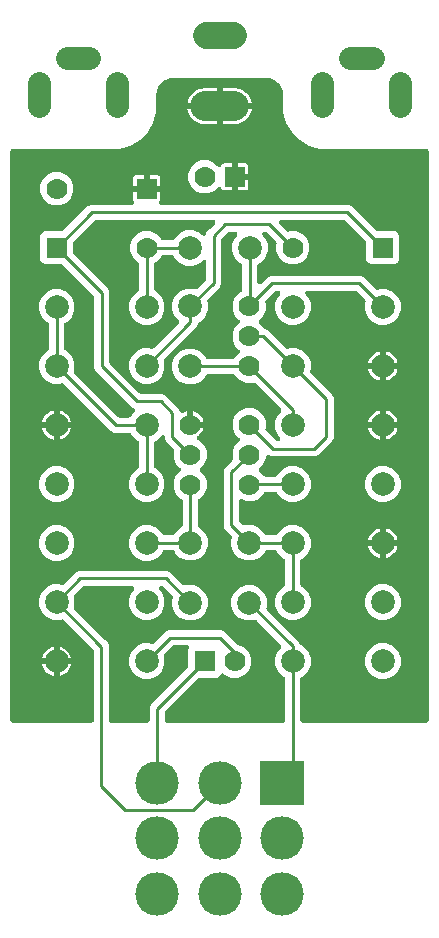
<source format=gbr>
G04 EAGLE Gerber RS-274X export*
G75*
%MOMM*%
%FSLAX34Y34*%
%LPD*%
%INBottom Copper*%
%IPPOS*%
%AMOC8*
5,1,8,0,0,1.08239X$1,22.5*%
G01*
%ADD10C,2.000000*%
%ADD11R,1.778000X1.778000*%
%ADD12C,1.778000*%
%ADD13C,2.500000*%
%ADD14C,2.250000*%
%ADD15R,3.683000X3.683000*%
%ADD16C,3.683000*%
%ADD17C,1.930400*%
%ADD18C,0.254000*%

G36*
X81488Y218016D02*
X81488Y218016D01*
X81505Y218014D01*
X81688Y218036D01*
X81870Y218054D01*
X81888Y218059D01*
X81905Y218061D01*
X82080Y218118D01*
X82255Y218172D01*
X82271Y218180D01*
X82288Y218186D01*
X82448Y218276D01*
X82609Y218364D01*
X82623Y218375D01*
X82639Y218384D01*
X82778Y218504D01*
X82919Y218621D01*
X82930Y218635D01*
X82943Y218647D01*
X83056Y218792D01*
X83171Y218935D01*
X83179Y218951D01*
X83190Y218965D01*
X83272Y219130D01*
X83357Y219292D01*
X83361Y219309D01*
X83369Y219326D01*
X83417Y219504D01*
X83468Y219679D01*
X83469Y219697D01*
X83474Y219714D01*
X83501Y220045D01*
X83501Y278576D01*
X83498Y278603D01*
X83500Y278630D01*
X83478Y278803D01*
X83461Y278977D01*
X83453Y279002D01*
X83450Y279029D01*
X83394Y279195D01*
X83343Y279362D01*
X83330Y279385D01*
X83322Y279411D01*
X83234Y279562D01*
X83151Y279716D01*
X83134Y279736D01*
X83121Y279760D01*
X82906Y280013D01*
X58051Y304867D01*
X58034Y304882D01*
X58020Y304899D01*
X57878Y305009D01*
X57740Y305123D01*
X57720Y305133D01*
X57703Y305147D01*
X57542Y305228D01*
X57384Y305311D01*
X57363Y305317D01*
X57343Y305328D01*
X57169Y305375D01*
X56998Y305426D01*
X56976Y305428D01*
X56954Y305434D01*
X56776Y305446D01*
X56597Y305462D01*
X56575Y305460D01*
X56553Y305461D01*
X56375Y305438D01*
X56197Y305419D01*
X56176Y305412D01*
X56154Y305409D01*
X55838Y305308D01*
X54900Y304919D01*
X48900Y304919D01*
X43357Y307215D01*
X39115Y311457D01*
X36819Y317000D01*
X36819Y323000D01*
X39115Y328543D01*
X43357Y332785D01*
X48900Y335081D01*
X54900Y335081D01*
X55827Y334697D01*
X55849Y334690D01*
X55868Y334680D01*
X56041Y334632D01*
X56213Y334580D01*
X56235Y334578D01*
X56256Y334572D01*
X56435Y334559D01*
X56613Y334542D01*
X56635Y334544D01*
X56658Y334543D01*
X56836Y334565D01*
X57014Y334584D01*
X57035Y334590D01*
X57057Y334593D01*
X57227Y334650D01*
X57398Y334703D01*
X57418Y334714D01*
X57439Y334721D01*
X57595Y334811D01*
X57751Y334897D01*
X57768Y334911D01*
X57788Y334922D01*
X58041Y335137D01*
X68333Y345429D01*
X70667Y346396D01*
X142901Y346396D01*
X142905Y346396D01*
X144567Y346396D01*
X144568Y346396D01*
X145831Y346396D01*
X147017Y345904D01*
X148165Y345429D01*
X149093Y344500D01*
X149093Y344499D01*
X150211Y343382D01*
X150212Y343381D01*
X150213Y343379D01*
X150232Y343361D01*
X150236Y343356D01*
X158853Y334735D01*
X158870Y334720D01*
X158885Y334703D01*
X159026Y334593D01*
X159164Y334480D01*
X159184Y334469D01*
X159202Y334455D01*
X159362Y334375D01*
X159520Y334291D01*
X159541Y334284D01*
X159562Y334274D01*
X159734Y334227D01*
X159906Y334176D01*
X159928Y334174D01*
X159950Y334168D01*
X160128Y334156D01*
X160307Y334139D01*
X160329Y334142D01*
X160352Y334140D01*
X160529Y334164D01*
X160707Y334183D01*
X160728Y334190D01*
X160751Y334192D01*
X161067Y334294D01*
X162000Y334681D01*
X168000Y334681D01*
X173543Y332385D01*
X177785Y328143D01*
X180081Y322600D01*
X180081Y316600D01*
X177785Y311057D01*
X173543Y306815D01*
X168000Y304519D01*
X162000Y304519D01*
X156457Y306815D01*
X152215Y311057D01*
X149919Y316600D01*
X149919Y322600D01*
X150310Y323542D01*
X150316Y323563D01*
X150326Y323583D01*
X150374Y323755D01*
X150426Y323927D01*
X150428Y323949D01*
X150434Y323970D01*
X150447Y324150D01*
X150464Y324328D01*
X150462Y324350D01*
X150463Y324372D01*
X150441Y324550D01*
X150422Y324729D01*
X150416Y324750D01*
X150413Y324771D01*
X150356Y324942D01*
X150303Y325113D01*
X150292Y325132D01*
X150285Y325153D01*
X150195Y325309D01*
X150109Y325466D01*
X150095Y325483D01*
X150084Y325502D01*
X149870Y325755D01*
X142530Y333099D01*
X142509Y333116D01*
X142491Y333137D01*
X142354Y333243D01*
X142219Y333354D01*
X142195Y333367D01*
X142173Y333383D01*
X142017Y333461D01*
X141863Y333543D01*
X141837Y333551D01*
X141813Y333563D01*
X141643Y333608D01*
X141477Y333658D01*
X141450Y333660D01*
X141424Y333667D01*
X141093Y333694D01*
X140637Y333694D01*
X140628Y333693D01*
X140619Y333694D01*
X140427Y333673D01*
X140236Y333654D01*
X140228Y333652D01*
X140219Y333651D01*
X140037Y333593D01*
X139851Y333536D01*
X139843Y333532D01*
X139835Y333529D01*
X139667Y333436D01*
X139497Y333345D01*
X139491Y333339D01*
X139483Y333334D01*
X139335Y333209D01*
X139188Y333087D01*
X139183Y333080D01*
X139176Y333074D01*
X139056Y332922D01*
X138936Y332773D01*
X138932Y332765D01*
X138926Y332758D01*
X138839Y332586D01*
X138750Y332416D01*
X138748Y332407D01*
X138744Y332399D01*
X138692Y332213D01*
X138639Y332029D01*
X138638Y332020D01*
X138636Y332011D01*
X138622Y331819D01*
X138606Y331628D01*
X138607Y331619D01*
X138606Y331610D01*
X138631Y331417D01*
X138653Y331228D01*
X138656Y331219D01*
X138657Y331210D01*
X138718Y331028D01*
X138778Y330845D01*
X138782Y330837D01*
X138785Y330829D01*
X138880Y330663D01*
X138976Y330494D01*
X138982Y330487D01*
X138986Y330480D01*
X139201Y330227D01*
X140885Y328543D01*
X143181Y323000D01*
X143181Y317000D01*
X140885Y311457D01*
X136643Y307215D01*
X131100Y304919D01*
X125100Y304919D01*
X119557Y307215D01*
X115315Y311457D01*
X113019Y317000D01*
X113019Y323000D01*
X115315Y328543D01*
X116999Y330227D01*
X117005Y330234D01*
X117012Y330239D01*
X117132Y330389D01*
X117254Y330538D01*
X117259Y330546D01*
X117264Y330553D01*
X117353Y330724D01*
X117443Y330894D01*
X117446Y330903D01*
X117450Y330910D01*
X117503Y331095D01*
X117558Y331280D01*
X117559Y331289D01*
X117561Y331297D01*
X117577Y331488D01*
X117594Y331681D01*
X117593Y331690D01*
X117594Y331699D01*
X117572Y331888D01*
X117551Y332081D01*
X117548Y332090D01*
X117547Y332098D01*
X117488Y332280D01*
X117429Y332465D01*
X117425Y332473D01*
X117422Y332481D01*
X117328Y332648D01*
X117235Y332817D01*
X117229Y332824D01*
X117224Y332832D01*
X117099Y332977D01*
X116974Y333124D01*
X116967Y333130D01*
X116961Y333137D01*
X116811Y333253D01*
X116658Y333374D01*
X116650Y333378D01*
X116643Y333383D01*
X116472Y333469D01*
X116299Y333556D01*
X116291Y333559D01*
X116283Y333563D01*
X116097Y333613D01*
X115911Y333664D01*
X115902Y333665D01*
X115894Y333667D01*
X115563Y333694D01*
X75402Y333694D01*
X75376Y333692D01*
X75349Y333694D01*
X75175Y333672D01*
X75002Y333654D01*
X74976Y333647D01*
X74949Y333643D01*
X74784Y333588D01*
X74617Y333536D01*
X74593Y333523D01*
X74568Y333515D01*
X74416Y333428D01*
X74263Y333345D01*
X74242Y333327D01*
X74219Y333314D01*
X73966Y333099D01*
X67028Y326162D01*
X67014Y326144D01*
X66997Y326130D01*
X66887Y325989D01*
X66773Y325850D01*
X66763Y325831D01*
X66749Y325813D01*
X66668Y325652D01*
X66585Y325495D01*
X66578Y325473D01*
X66568Y325453D01*
X66521Y325280D01*
X66470Y325109D01*
X66468Y325086D01*
X66462Y325065D01*
X66450Y324886D01*
X66433Y324708D01*
X66436Y324685D01*
X66434Y324663D01*
X66457Y324486D01*
X66477Y324307D01*
X66483Y324286D01*
X66486Y324264D01*
X66588Y323948D01*
X66981Y323000D01*
X66981Y317000D01*
X66592Y316062D01*
X66586Y316041D01*
X66576Y316021D01*
X66528Y315849D01*
X66476Y315677D01*
X66474Y315655D01*
X66468Y315633D01*
X66455Y315454D01*
X66438Y315276D01*
X66440Y315254D01*
X66438Y315232D01*
X66461Y315054D01*
X66479Y314876D01*
X66486Y314854D01*
X66489Y314832D01*
X66546Y314662D01*
X66599Y314491D01*
X66610Y314472D01*
X66617Y314451D01*
X66706Y314295D01*
X66792Y314138D01*
X66807Y314121D01*
X66818Y314102D01*
X67033Y313849D01*
X93089Y287792D01*
X93114Y287772D01*
X93134Y287749D01*
X93269Y287645D01*
X93329Y287596D01*
X95236Y285689D01*
X96203Y283355D01*
X96203Y220045D01*
X96204Y220027D01*
X96203Y220010D01*
X96224Y219827D01*
X96242Y219644D01*
X96248Y219627D01*
X96250Y219610D01*
X96307Y219435D01*
X96361Y219260D01*
X96369Y219244D01*
X96375Y219227D01*
X96465Y219067D01*
X96552Y218905D01*
X96564Y218892D01*
X96573Y218876D01*
X96693Y218737D01*
X96810Y218596D01*
X96824Y218585D01*
X96836Y218572D01*
X96981Y218459D01*
X97124Y218344D01*
X97140Y218336D01*
X97154Y218325D01*
X97319Y218243D01*
X97481Y218158D01*
X97498Y218153D01*
X97514Y218145D01*
X97692Y218098D01*
X97868Y218047D01*
X97886Y218046D01*
X97903Y218041D01*
X98234Y218014D01*
X128617Y218014D01*
X128634Y218016D01*
X128652Y218014D01*
X128835Y218036D01*
X129017Y218054D01*
X129034Y218059D01*
X129052Y218061D01*
X129227Y218118D01*
X129402Y218172D01*
X129418Y218180D01*
X129435Y218186D01*
X129595Y218276D01*
X129756Y218364D01*
X129770Y218375D01*
X129786Y218384D01*
X129925Y218504D01*
X130066Y218621D01*
X130077Y218635D01*
X130090Y218647D01*
X130203Y218792D01*
X130318Y218935D01*
X130326Y218951D01*
X130337Y218965D01*
X130419Y219129D01*
X130503Y219292D01*
X130508Y219310D01*
X130516Y219326D01*
X130564Y219503D01*
X130615Y219679D01*
X130616Y219697D01*
X130621Y219714D01*
X130648Y220045D01*
X130648Y228047D01*
X130647Y228050D01*
X130648Y229765D01*
X130648Y229766D01*
X130648Y230977D01*
X131162Y232217D01*
X131162Y232218D01*
X131615Y233311D01*
X132554Y234250D01*
X132555Y234251D01*
X133683Y235379D01*
X133685Y235381D01*
X133686Y235382D01*
X133687Y235383D01*
X162734Y264419D01*
X162751Y264440D01*
X162772Y264457D01*
X162878Y264595D01*
X162989Y264730D01*
X163002Y264754D01*
X163018Y264776D01*
X163096Y264932D01*
X163178Y265086D01*
X163186Y265112D01*
X163198Y265136D01*
X163243Y265305D01*
X163293Y265472D01*
X163295Y265499D01*
X163302Y265525D01*
X163329Y265856D01*
X163329Y279901D01*
X163737Y280886D01*
X163741Y280899D01*
X163747Y280910D01*
X163799Y281091D01*
X163854Y281271D01*
X163855Y281284D01*
X163859Y281297D01*
X163874Y281485D01*
X163892Y281672D01*
X163891Y281685D01*
X163892Y281699D01*
X163870Y281885D01*
X163850Y282072D01*
X163846Y282085D01*
X163845Y282098D01*
X163786Y282278D01*
X163730Y282457D01*
X163724Y282468D01*
X163720Y282481D01*
X163627Y282646D01*
X163537Y282810D01*
X163529Y282820D01*
X163522Y282832D01*
X163399Y282974D01*
X163278Y283118D01*
X163268Y283126D01*
X163259Y283137D01*
X163110Y283252D01*
X162963Y283369D01*
X162951Y283375D01*
X162941Y283383D01*
X162772Y283467D01*
X162605Y283553D01*
X162592Y283557D01*
X162580Y283563D01*
X162397Y283612D01*
X162218Y283663D01*
X162204Y283664D01*
X162191Y283667D01*
X161861Y283694D01*
X151602Y283694D01*
X151576Y283692D01*
X151549Y283694D01*
X151375Y283672D01*
X151202Y283654D01*
X151176Y283647D01*
X151149Y283643D01*
X150984Y283588D01*
X150817Y283536D01*
X150793Y283523D01*
X150768Y283515D01*
X150616Y283428D01*
X150463Y283345D01*
X150442Y283327D01*
X150419Y283314D01*
X150166Y283099D01*
X143231Y276164D01*
X143217Y276147D01*
X143200Y276133D01*
X143089Y275991D01*
X142976Y275853D01*
X142965Y275833D01*
X142952Y275816D01*
X142871Y275655D01*
X142787Y275497D01*
X142781Y275476D01*
X142771Y275456D01*
X142723Y275283D01*
X142672Y275111D01*
X142670Y275089D01*
X142665Y275068D01*
X142652Y274889D01*
X142636Y274710D01*
X142638Y274688D01*
X142637Y274666D01*
X142660Y274488D01*
X142679Y274310D01*
X142686Y274289D01*
X142689Y274267D01*
X142791Y273951D01*
X143179Y273013D01*
X143179Y267013D01*
X140883Y261471D01*
X136641Y257228D01*
X131098Y254932D01*
X125099Y254932D01*
X119556Y257228D01*
X115314Y261471D01*
X113018Y267013D01*
X113018Y273013D01*
X115314Y278556D01*
X119556Y282798D01*
X125099Y285094D01*
X131098Y285094D01*
X132036Y284705D01*
X132057Y284699D01*
X132077Y284689D01*
X132250Y284641D01*
X132421Y284589D01*
X132444Y284587D01*
X132465Y284581D01*
X132644Y284568D01*
X132822Y284551D01*
X132844Y284553D01*
X132867Y284551D01*
X133045Y284574D01*
X133223Y284592D01*
X133244Y284599D01*
X133266Y284602D01*
X133436Y284659D01*
X133607Y284712D01*
X133627Y284723D01*
X133648Y284730D01*
X133803Y284820D01*
X133960Y284906D01*
X133977Y284920D01*
X133997Y284931D01*
X134250Y285146D01*
X142461Y293357D01*
X144533Y295429D01*
X146867Y296396D01*
X191115Y296396D01*
X193449Y295429D01*
X204312Y284566D01*
X204333Y284549D01*
X204351Y284528D01*
X204489Y284421D01*
X204624Y284311D01*
X204648Y284298D01*
X204669Y284282D01*
X204825Y284204D01*
X204980Y284122D01*
X205005Y284114D01*
X205029Y284102D01*
X205199Y284057D01*
X205366Y284007D01*
X205392Y284005D01*
X205405Y284001D01*
X210614Y281844D01*
X214544Y277914D01*
X216671Y272779D01*
X216671Y267221D01*
X214544Y262086D01*
X210614Y258156D01*
X205479Y256029D01*
X199921Y256029D01*
X194786Y258156D01*
X193881Y259062D01*
X193871Y259070D01*
X193862Y259080D01*
X193715Y259197D01*
X193569Y259317D01*
X193558Y259323D01*
X193547Y259331D01*
X193380Y259417D01*
X193214Y259505D01*
X193201Y259509D01*
X193189Y259515D01*
X193009Y259566D01*
X192828Y259620D01*
X192814Y259621D01*
X192802Y259625D01*
X192616Y259639D01*
X192427Y259656D01*
X192413Y259655D01*
X192400Y259656D01*
X192215Y259634D01*
X192027Y259613D01*
X192014Y259609D01*
X192000Y259607D01*
X191823Y259549D01*
X191643Y259492D01*
X191631Y259485D01*
X191618Y259481D01*
X191455Y259388D01*
X191290Y259297D01*
X191280Y259288D01*
X191268Y259281D01*
X191127Y259158D01*
X190983Y259036D01*
X190975Y259026D01*
X190965Y259017D01*
X190851Y258868D01*
X190734Y258720D01*
X190728Y258708D01*
X190720Y258698D01*
X190568Y258403D01*
X190497Y258232D01*
X189068Y256803D01*
X187201Y256029D01*
X173148Y256029D01*
X173122Y256027D01*
X173095Y256029D01*
X172922Y256007D01*
X172748Y255989D01*
X172722Y255982D01*
X172696Y255978D01*
X172530Y255923D01*
X172363Y255871D01*
X172339Y255859D01*
X172314Y255850D01*
X172162Y255763D01*
X172009Y255679D01*
X171988Y255663D01*
X171965Y255649D01*
X171712Y255435D01*
X143944Y227677D01*
X143927Y227656D01*
X143907Y227639D01*
X143800Y227500D01*
X143689Y227366D01*
X143677Y227342D01*
X143660Y227320D01*
X143583Y227165D01*
X143501Y227010D01*
X143493Y226984D01*
X143481Y226960D01*
X143436Y226792D01*
X143386Y226624D01*
X143383Y226597D01*
X143376Y226571D01*
X143349Y226240D01*
X143349Y220045D01*
X143351Y220027D01*
X143350Y220010D01*
X143371Y219827D01*
X143389Y219644D01*
X143395Y219627D01*
X143397Y219610D01*
X143454Y219435D01*
X143507Y219259D01*
X143516Y219244D01*
X143521Y219227D01*
X143612Y219066D01*
X143699Y218905D01*
X143711Y218892D01*
X143719Y218876D01*
X143840Y218737D01*
X143957Y218596D01*
X143971Y218585D01*
X143983Y218572D01*
X144128Y218459D01*
X144271Y218344D01*
X144287Y218336D01*
X144301Y218325D01*
X144465Y218243D01*
X144628Y218158D01*
X144645Y218153D01*
X144661Y218145D01*
X144839Y218098D01*
X145015Y218047D01*
X145033Y218046D01*
X145050Y218041D01*
X145381Y218014D01*
X243518Y218014D01*
X243536Y218016D01*
X243554Y218014D01*
X243736Y218036D01*
X243919Y218054D01*
X243936Y218059D01*
X243953Y218061D01*
X244128Y218118D01*
X244304Y218172D01*
X244319Y218180D01*
X244336Y218186D01*
X244496Y218276D01*
X244658Y218364D01*
X244671Y218375D01*
X244687Y218384D01*
X244826Y218504D01*
X244967Y218621D01*
X244978Y218635D01*
X244992Y218647D01*
X245104Y218792D01*
X245219Y218935D01*
X245227Y218951D01*
X245238Y218965D01*
X245320Y219130D01*
X245405Y219292D01*
X245410Y219309D01*
X245418Y219326D01*
X245465Y219504D01*
X245516Y219679D01*
X245518Y219697D01*
X245522Y219714D01*
X245549Y220045D01*
X245549Y254950D01*
X245547Y254972D01*
X245549Y254995D01*
X245527Y255172D01*
X245509Y255351D01*
X245503Y255372D01*
X245500Y255394D01*
X245444Y255564D01*
X245391Y255736D01*
X245381Y255755D01*
X245374Y255776D01*
X245285Y255932D01*
X245199Y256090D01*
X245185Y256107D01*
X245174Y256126D01*
X245057Y256261D01*
X244942Y256399D01*
X244924Y256413D01*
X244910Y256430D01*
X244768Y256539D01*
X244628Y256651D01*
X244608Y256661D01*
X244590Y256675D01*
X244295Y256827D01*
X243357Y257215D01*
X239115Y261457D01*
X236819Y267000D01*
X236819Y273000D01*
X239115Y278543D01*
X241664Y281092D01*
X241676Y281106D01*
X241689Y281117D01*
X241803Y281261D01*
X241919Y281403D01*
X241928Y281419D01*
X241939Y281433D01*
X242023Y281598D01*
X242108Y281759D01*
X242113Y281776D01*
X242121Y281792D01*
X242171Y281969D01*
X242223Y282145D01*
X242224Y282163D01*
X242229Y282180D01*
X242242Y282361D01*
X242259Y282546D01*
X242257Y282564D01*
X242258Y282582D01*
X242236Y282762D01*
X242216Y282946D01*
X242210Y282963D01*
X242208Y282981D01*
X242150Y283154D01*
X242094Y283330D01*
X242085Y283346D01*
X242080Y283363D01*
X241988Y283522D01*
X241899Y283682D01*
X241888Y283696D01*
X241879Y283712D01*
X241664Y283964D01*
X221153Y304469D01*
X221136Y304483D01*
X221122Y304500D01*
X220980Y304610D01*
X220842Y304724D01*
X220822Y304734D01*
X220805Y304748D01*
X220644Y304828D01*
X220486Y304912D01*
X220465Y304919D01*
X220445Y304929D01*
X220272Y304976D01*
X220100Y305027D01*
X220078Y305029D01*
X220057Y305035D01*
X219877Y305047D01*
X219699Y305063D01*
X219677Y305061D01*
X219655Y305062D01*
X219476Y305039D01*
X219299Y305020D01*
X219278Y305013D01*
X219256Y305010D01*
X218940Y304909D01*
X218000Y304519D01*
X212000Y304519D01*
X206457Y306815D01*
X202215Y311057D01*
X199919Y316600D01*
X199919Y322600D01*
X202215Y328143D01*
X206457Y332385D01*
X212000Y334681D01*
X218000Y334681D01*
X223543Y332385D01*
X227785Y328143D01*
X230081Y322600D01*
X230081Y316600D01*
X229693Y315665D01*
X229687Y315643D01*
X229677Y315623D01*
X229629Y315451D01*
X229577Y315279D01*
X229575Y315257D01*
X229569Y315235D01*
X229556Y315057D01*
X229539Y314879D01*
X229541Y314856D01*
X229539Y314834D01*
X229562Y314657D01*
X229580Y314478D01*
X229587Y314456D01*
X229590Y314434D01*
X229646Y314266D01*
X229700Y314094D01*
X229711Y314074D01*
X229718Y314053D01*
X229807Y313898D01*
X229893Y313741D01*
X229908Y313723D01*
X229919Y313704D01*
X230134Y313451D01*
X255209Y288383D01*
X255210Y288383D01*
X256351Y287242D01*
X257282Y286311D01*
X257498Y285791D01*
X258069Y284412D01*
X258082Y284388D01*
X258090Y284363D01*
X258176Y284211D01*
X258259Y284057D01*
X258276Y284036D01*
X258289Y284013D01*
X258404Y283882D01*
X258516Y283746D01*
X258536Y283730D01*
X258554Y283710D01*
X258692Y283603D01*
X258828Y283493D01*
X258852Y283481D01*
X258873Y283464D01*
X259168Y283313D01*
X260443Y282785D01*
X264685Y278543D01*
X266981Y273000D01*
X266981Y267000D01*
X264685Y261457D01*
X260443Y257215D01*
X259505Y256827D01*
X259485Y256816D01*
X259464Y256809D01*
X259308Y256721D01*
X259150Y256637D01*
X259133Y256622D01*
X259113Y256611D01*
X258978Y256494D01*
X258839Y256380D01*
X258825Y256363D01*
X258808Y256348D01*
X258699Y256207D01*
X258586Y256067D01*
X258575Y256048D01*
X258562Y256030D01*
X258482Y255870D01*
X258399Y255711D01*
X258392Y255690D01*
X258382Y255670D01*
X258336Y255496D01*
X258286Y255325D01*
X258284Y255302D01*
X258278Y255281D01*
X258251Y254950D01*
X258251Y220045D01*
X258253Y220027D01*
X258251Y220010D01*
X258272Y219827D01*
X258291Y219644D01*
X258296Y219627D01*
X258298Y219610D01*
X258355Y219435D01*
X258409Y219260D01*
X258417Y219244D01*
X258423Y219227D01*
X258513Y219067D01*
X258601Y218905D01*
X258612Y218892D01*
X258621Y218876D01*
X258741Y218737D01*
X258858Y218596D01*
X258872Y218585D01*
X258884Y218572D01*
X259029Y218459D01*
X259172Y218344D01*
X259188Y218336D01*
X259202Y218325D01*
X259367Y218243D01*
X259529Y218158D01*
X259546Y218153D01*
X259562Y218145D01*
X259741Y218098D01*
X259916Y218047D01*
X259934Y218046D01*
X259951Y218041D01*
X260282Y218014D01*
X364852Y218014D01*
X364870Y218016D01*
X364887Y218014D01*
X365070Y218036D01*
X365252Y218054D01*
X365270Y218059D01*
X365287Y218061D01*
X365462Y218118D01*
X365637Y218172D01*
X365653Y218180D01*
X365670Y218186D01*
X365830Y218276D01*
X365991Y218364D01*
X366005Y218375D01*
X366021Y218384D01*
X366160Y218504D01*
X366301Y218621D01*
X366312Y218635D01*
X366325Y218647D01*
X366438Y218792D01*
X366553Y218935D01*
X366561Y218951D01*
X366572Y218965D01*
X366654Y219130D01*
X366739Y219292D01*
X366743Y219309D01*
X366751Y219326D01*
X366799Y219504D01*
X366850Y219679D01*
X366851Y219697D01*
X366856Y219714D01*
X366883Y220045D01*
X366883Y701618D01*
X366881Y701636D01*
X366883Y701654D01*
X366861Y701836D01*
X366843Y702019D01*
X366838Y702036D01*
X366836Y702053D01*
X366779Y702228D01*
X366725Y702404D01*
X366717Y702419D01*
X366711Y702436D01*
X366621Y702596D01*
X366533Y702758D01*
X366522Y702771D01*
X366513Y702787D01*
X366393Y702926D01*
X366276Y703067D01*
X366262Y703078D01*
X366250Y703092D01*
X366105Y703204D01*
X365962Y703319D01*
X365946Y703327D01*
X365932Y703338D01*
X365767Y703420D01*
X365604Y703505D01*
X365587Y703510D01*
X365571Y703518D01*
X365393Y703565D01*
X365218Y703616D01*
X365200Y703618D01*
X365183Y703622D01*
X364852Y703649D01*
X275214Y703649D01*
X265969Y706126D01*
X257680Y710912D01*
X250912Y717680D01*
X246126Y725969D01*
X243649Y735214D01*
X243649Y750000D01*
X243643Y750066D01*
X243643Y750159D01*
X243500Y751977D01*
X243487Y752049D01*
X243483Y752122D01*
X243444Y752287D01*
X243429Y752373D01*
X243417Y752404D01*
X243407Y752445D01*
X242284Y755902D01*
X242222Y756042D01*
X242168Y756185D01*
X242139Y756232D01*
X242122Y756271D01*
X242072Y756341D01*
X241995Y756468D01*
X239858Y759409D01*
X239757Y759523D01*
X239661Y759642D01*
X239619Y759678D01*
X239591Y759710D01*
X239522Y759761D01*
X239409Y759858D01*
X236468Y761995D01*
X236367Y762055D01*
X236337Y762078D01*
X236299Y762096D01*
X236208Y762156D01*
X236157Y762177D01*
X236121Y762198D01*
X236039Y762226D01*
X236032Y762229D01*
X235976Y762257D01*
X235946Y762265D01*
X235902Y762284D01*
X232445Y763407D01*
X232373Y763422D01*
X232304Y763447D01*
X232137Y763474D01*
X232052Y763493D01*
X232019Y763493D01*
X231977Y763500D01*
X230159Y763643D01*
X230093Y763642D01*
X230000Y763649D01*
X150000Y763649D01*
X149934Y763643D01*
X149841Y763643D01*
X148023Y763500D01*
X147951Y763487D01*
X147878Y763483D01*
X147713Y763444D01*
X147627Y763429D01*
X147596Y763417D01*
X147555Y763407D01*
X144098Y762284D01*
X144023Y762251D01*
X143958Y762231D01*
X143904Y762201D01*
X143815Y762168D01*
X143768Y762139D01*
X143729Y762122D01*
X143659Y762072D01*
X143604Y762039D01*
X143532Y761995D01*
X140591Y759858D01*
X140477Y759757D01*
X140358Y759661D01*
X140322Y759619D01*
X140290Y759591D01*
X140239Y759522D01*
X140142Y759409D01*
X138005Y756468D01*
X137928Y756337D01*
X137844Y756208D01*
X137823Y756157D01*
X137802Y756121D01*
X137774Y756039D01*
X137716Y755902D01*
X136593Y752445D01*
X136578Y752373D01*
X136553Y752304D01*
X136526Y752137D01*
X136507Y752052D01*
X136507Y752019D01*
X136500Y751977D01*
X136357Y750159D01*
X136358Y750093D01*
X136351Y750000D01*
X136351Y735214D01*
X133874Y725969D01*
X129088Y717680D01*
X122320Y710912D01*
X114031Y706126D01*
X104786Y703649D01*
X14852Y703649D01*
X14834Y703647D01*
X14816Y703649D01*
X14634Y703628D01*
X14451Y703609D01*
X14434Y703604D01*
X14416Y703602D01*
X14242Y703545D01*
X14066Y703491D01*
X14051Y703483D01*
X14034Y703477D01*
X13873Y703387D01*
X13712Y703299D01*
X13699Y703288D01*
X13683Y703279D01*
X13544Y703159D01*
X13403Y703042D01*
X13392Y703028D01*
X13378Y703016D01*
X13266Y702871D01*
X13151Y702728D01*
X13142Y702712D01*
X13132Y702698D01*
X13050Y702533D01*
X12965Y702371D01*
X12960Y702354D01*
X12952Y702338D01*
X12904Y702159D01*
X12854Y701984D01*
X12852Y701966D01*
X12848Y701949D01*
X12821Y701618D01*
X12821Y220045D01*
X12822Y220027D01*
X12821Y220010D01*
X12842Y219827D01*
X12861Y219644D01*
X12866Y219627D01*
X12868Y219610D01*
X12925Y219435D01*
X12979Y219260D01*
X12987Y219244D01*
X12993Y219227D01*
X13083Y219067D01*
X13170Y218905D01*
X13182Y218892D01*
X13191Y218876D01*
X13311Y218737D01*
X13428Y218596D01*
X13442Y218585D01*
X13454Y218572D01*
X13599Y218459D01*
X13742Y218344D01*
X13758Y218336D01*
X13772Y218325D01*
X13937Y218243D01*
X14099Y218158D01*
X14116Y218153D01*
X14132Y218145D01*
X14310Y218098D01*
X14486Y218047D01*
X14504Y218046D01*
X14521Y218041D01*
X14852Y218014D01*
X81470Y218014D01*
X81488Y218016D01*
G37*
%LPC*%
G36*
X248900Y304919D02*
X248900Y304919D01*
X243357Y307215D01*
X239115Y311457D01*
X236819Y317000D01*
X236819Y323000D01*
X239115Y328543D01*
X243357Y332785D01*
X244295Y333173D01*
X244315Y333184D01*
X244336Y333191D01*
X244492Y333279D01*
X244650Y333363D01*
X244667Y333378D01*
X244687Y333389D01*
X244822Y333506D01*
X244961Y333620D01*
X244975Y333637D01*
X244992Y333652D01*
X245101Y333793D01*
X245214Y333933D01*
X245225Y333952D01*
X245238Y333970D01*
X245318Y334130D01*
X245401Y334289D01*
X245408Y334310D01*
X245418Y334330D01*
X245464Y334504D01*
X245514Y334675D01*
X245516Y334698D01*
X245522Y334719D01*
X245549Y335050D01*
X245549Y354950D01*
X245547Y354972D01*
X245549Y354995D01*
X245527Y355172D01*
X245509Y355351D01*
X245503Y355372D01*
X245500Y355394D01*
X245444Y355564D01*
X245391Y355736D01*
X245381Y355755D01*
X245374Y355776D01*
X245285Y355932D01*
X245199Y356090D01*
X245185Y356107D01*
X245174Y356126D01*
X245057Y356261D01*
X244942Y356399D01*
X244924Y356413D01*
X244910Y356430D01*
X244768Y356539D01*
X244628Y356651D01*
X244608Y356661D01*
X244590Y356675D01*
X244295Y356827D01*
X243357Y357215D01*
X239115Y361457D01*
X238558Y362803D01*
X238547Y362823D01*
X238540Y362845D01*
X238452Y363000D01*
X238368Y363158D01*
X238353Y363176D01*
X238342Y363195D01*
X238225Y363330D01*
X238111Y363468D01*
X238094Y363483D01*
X238079Y363500D01*
X237937Y363610D01*
X237799Y363722D01*
X237779Y363733D01*
X237761Y363747D01*
X237600Y363826D01*
X237442Y363909D01*
X237420Y363916D01*
X237400Y363926D01*
X237227Y363972D01*
X237056Y364022D01*
X237033Y364024D01*
X237011Y364030D01*
X236680Y364057D01*
X230051Y364055D01*
X230030Y364053D01*
X230008Y364054D01*
X229830Y364033D01*
X229651Y364015D01*
X229630Y364008D01*
X229608Y364006D01*
X229438Y363949D01*
X229266Y363896D01*
X229247Y363886D01*
X229226Y363879D01*
X229070Y363790D01*
X228912Y363705D01*
X228895Y363690D01*
X228876Y363680D01*
X228741Y363562D01*
X228603Y363447D01*
X228589Y363429D01*
X228573Y363415D01*
X228463Y363273D01*
X228351Y363133D01*
X228341Y363113D01*
X228327Y363096D01*
X228176Y362801D01*
X227785Y361857D01*
X223543Y357615D01*
X218000Y355319D01*
X212000Y355319D01*
X206457Y357615D01*
X202215Y361857D01*
X199919Y367400D01*
X199919Y373400D01*
X200310Y374343D01*
X200316Y374364D01*
X200326Y374384D01*
X200375Y374557D01*
X200427Y374729D01*
X200429Y374751D01*
X200435Y374772D01*
X200448Y374951D01*
X200465Y375130D01*
X200462Y375151D01*
X200464Y375173D01*
X200442Y375351D01*
X200423Y375530D01*
X200417Y375551D01*
X200414Y375573D01*
X200357Y375743D01*
X200303Y375914D01*
X200293Y375934D01*
X200286Y375954D01*
X200196Y376110D01*
X200110Y376268D01*
X200096Y376284D01*
X200085Y376303D01*
X199870Y376556D01*
X195327Y381104D01*
X195326Y381104D01*
X194467Y381963D01*
X193980Y383141D01*
X193979Y383142D01*
X193501Y384298D01*
X193501Y385561D01*
X193501Y385562D01*
X193501Y431308D01*
X194468Y433642D01*
X200660Y439835D01*
X200675Y439852D01*
X200692Y439867D01*
X200802Y440008D01*
X200915Y440146D01*
X200926Y440166D01*
X200940Y440184D01*
X201020Y440344D01*
X201104Y440502D01*
X201110Y440523D01*
X201121Y440543D01*
X201168Y440717D01*
X201219Y440888D01*
X201221Y440910D01*
X201227Y440932D01*
X201239Y441110D01*
X201255Y441289D01*
X201253Y441311D01*
X201254Y441333D01*
X201231Y441510D01*
X201212Y441689D01*
X201205Y441711D01*
X201202Y441733D01*
X201101Y442049D01*
X201029Y442221D01*
X201029Y447779D01*
X203156Y452914D01*
X206506Y456264D01*
X206517Y456278D01*
X206531Y456289D01*
X206645Y456433D01*
X206761Y456575D01*
X206770Y456591D01*
X206781Y456605D01*
X206864Y456769D01*
X206950Y456931D01*
X206955Y456948D01*
X206963Y456964D01*
X207012Y457141D01*
X207065Y457317D01*
X207066Y457334D01*
X207067Y457336D01*
X207071Y457352D01*
X207084Y457535D01*
X207101Y457718D01*
X207099Y457734D01*
X207099Y457737D01*
X207099Y457738D01*
X207100Y457753D01*
X207077Y457935D01*
X207058Y458118D01*
X207053Y458132D01*
X207053Y458137D01*
X207052Y458139D01*
X207050Y458153D01*
X206992Y458327D01*
X206936Y458502D01*
X206930Y458514D01*
X206928Y458519D01*
X206925Y458523D01*
X206922Y458534D01*
X206830Y458694D01*
X206741Y458854D01*
X206734Y458863D01*
X206730Y458870D01*
X206726Y458875D01*
X206721Y458883D01*
X206506Y459136D01*
X203156Y462486D01*
X201029Y467621D01*
X201029Y473179D01*
X203156Y478314D01*
X207086Y482244D01*
X212221Y484371D01*
X217779Y484371D01*
X222914Y482244D01*
X226844Y478314D01*
X228971Y473179D01*
X228971Y467621D01*
X228843Y467312D01*
X228836Y467291D01*
X228826Y467271D01*
X228778Y467097D01*
X228726Y466927D01*
X228724Y466904D01*
X228718Y466883D01*
X228705Y466703D01*
X228688Y466526D01*
X228690Y466504D01*
X228689Y466481D01*
X228711Y466303D01*
X228730Y466125D01*
X228736Y466104D01*
X228739Y466082D01*
X228796Y465912D01*
X228850Y465741D01*
X228860Y465721D01*
X228867Y465700D01*
X228957Y465544D01*
X229043Y465388D01*
X229057Y465371D01*
X229068Y465351D01*
X229283Y465098D01*
X237436Y456946D01*
X237456Y456929D01*
X237474Y456908D01*
X237612Y456801D01*
X237747Y456691D01*
X237771Y456678D01*
X237792Y456662D01*
X237949Y456584D01*
X238103Y456502D01*
X238128Y456494D01*
X238152Y456482D01*
X238322Y456437D01*
X238489Y456387D01*
X238515Y456385D01*
X238541Y456378D01*
X238872Y456351D01*
X239318Y456351D01*
X239327Y456352D01*
X239336Y456351D01*
X239528Y456372D01*
X239719Y456391D01*
X239727Y456393D01*
X239736Y456394D01*
X239918Y456452D01*
X240104Y456509D01*
X240112Y456513D01*
X240120Y456516D01*
X240288Y456609D01*
X240458Y456701D01*
X240464Y456706D01*
X240472Y456711D01*
X240620Y456836D01*
X240767Y456958D01*
X240772Y456965D01*
X240779Y456971D01*
X240899Y457123D01*
X241019Y457272D01*
X241023Y457280D01*
X241029Y457287D01*
X241116Y457459D01*
X241205Y457629D01*
X241207Y457638D01*
X241211Y457646D01*
X241263Y457831D01*
X241316Y458016D01*
X241317Y458025D01*
X241319Y458034D01*
X241333Y458226D01*
X241349Y458418D01*
X241348Y458426D01*
X241349Y458435D01*
X241324Y458628D01*
X241302Y458817D01*
X241299Y458826D01*
X241298Y458835D01*
X241237Y459018D01*
X241177Y459200D01*
X241173Y459208D01*
X241170Y459216D01*
X241075Y459382D01*
X240979Y459551D01*
X240973Y459558D01*
X240969Y459565D01*
X240754Y459818D01*
X239115Y461457D01*
X236819Y467000D01*
X236819Y473000D01*
X239115Y478543D01*
X241659Y481087D01*
X241671Y481101D01*
X241684Y481112D01*
X241798Y481256D01*
X241914Y481398D01*
X241923Y481414D01*
X241934Y481428D01*
X242017Y481592D01*
X242103Y481754D01*
X242108Y481771D01*
X242116Y481787D01*
X242166Y481964D01*
X242218Y482140D01*
X242219Y482158D01*
X242224Y482175D01*
X242238Y482358D01*
X242254Y482541D01*
X242252Y482559D01*
X242254Y482576D01*
X242231Y482758D01*
X242211Y482941D01*
X242205Y482958D01*
X242203Y482976D01*
X242145Y483149D01*
X242089Y483325D01*
X242081Y483341D01*
X242075Y483357D01*
X241983Y483517D01*
X241895Y483677D01*
X241883Y483691D01*
X241874Y483706D01*
X241659Y483959D01*
X220302Y505317D01*
X220284Y505331D01*
X220270Y505348D01*
X220129Y505459D01*
X219990Y505572D01*
X219971Y505583D01*
X219953Y505596D01*
X219792Y505677D01*
X219635Y505761D01*
X219613Y505767D01*
X219593Y505777D01*
X219420Y505824D01*
X219249Y505875D01*
X219226Y505878D01*
X219205Y505883D01*
X219027Y505896D01*
X218848Y505912D01*
X218825Y505909D01*
X218803Y505911D01*
X218627Y505888D01*
X218447Y505868D01*
X218426Y505862D01*
X218404Y505859D01*
X218088Y505757D01*
X217779Y505629D01*
X212221Y505629D01*
X207086Y507756D01*
X203156Y511686D01*
X203028Y511995D01*
X203018Y512015D01*
X203011Y512036D01*
X202923Y512192D01*
X202838Y512350D01*
X202824Y512367D01*
X202813Y512387D01*
X202696Y512522D01*
X202582Y512661D01*
X202564Y512675D01*
X202550Y512692D01*
X202408Y512801D01*
X202269Y512914D01*
X202249Y512925D01*
X202232Y512938D01*
X202071Y513018D01*
X201912Y513101D01*
X201891Y513108D01*
X201871Y513118D01*
X201697Y513164D01*
X201526Y513214D01*
X201504Y513216D01*
X201482Y513222D01*
X201152Y513249D01*
X180050Y513249D01*
X180028Y513247D01*
X180005Y513249D01*
X179828Y513227D01*
X179649Y513209D01*
X179628Y513203D01*
X179606Y513200D01*
X179436Y513144D01*
X179264Y513091D01*
X179245Y513081D01*
X179224Y513074D01*
X179068Y512985D01*
X178910Y512899D01*
X178893Y512885D01*
X178874Y512874D01*
X178739Y512757D01*
X178601Y512642D01*
X178587Y512624D01*
X178570Y512610D01*
X178461Y512468D01*
X178349Y512328D01*
X178339Y512308D01*
X178325Y512290D01*
X178173Y511995D01*
X177785Y511057D01*
X173543Y506815D01*
X168000Y504519D01*
X162000Y504519D01*
X156457Y506815D01*
X152215Y511057D01*
X149919Y516600D01*
X149919Y522600D01*
X152215Y528143D01*
X156457Y532385D01*
X162000Y534681D01*
X168000Y534681D01*
X173543Y532385D01*
X177785Y528143D01*
X178173Y527205D01*
X178184Y527185D01*
X178191Y527164D01*
X178279Y527008D01*
X178363Y526850D01*
X178378Y526833D01*
X178389Y526813D01*
X178506Y526678D01*
X178620Y526539D01*
X178637Y526525D01*
X178652Y526508D01*
X178793Y526399D01*
X178933Y526286D01*
X178952Y526275D01*
X178970Y526262D01*
X179130Y526182D01*
X179289Y526099D01*
X179310Y526092D01*
X179330Y526082D01*
X179504Y526036D01*
X179675Y525986D01*
X179698Y525984D01*
X179719Y525978D01*
X180050Y525951D01*
X201152Y525951D01*
X201174Y525953D01*
X201196Y525951D01*
X201373Y525973D01*
X201552Y525991D01*
X201573Y525997D01*
X201596Y526000D01*
X201765Y526056D01*
X201937Y526109D01*
X201957Y526119D01*
X201978Y526126D01*
X202133Y526215D01*
X202291Y526301D01*
X202308Y526315D01*
X202328Y526326D01*
X202463Y526444D01*
X202600Y526558D01*
X202614Y526576D01*
X202631Y526590D01*
X202740Y526732D01*
X202853Y526872D01*
X202863Y526892D01*
X202877Y526910D01*
X203028Y527205D01*
X203156Y527514D01*
X206506Y530864D01*
X206517Y530878D01*
X206531Y530889D01*
X206645Y531033D01*
X206761Y531175D01*
X206770Y531191D01*
X206781Y531205D01*
X206864Y531369D01*
X206950Y531531D01*
X206955Y531548D01*
X206963Y531564D01*
X207012Y531741D01*
X207065Y531917D01*
X207066Y531935D01*
X207071Y531952D01*
X207084Y532135D01*
X207101Y532318D01*
X207099Y532336D01*
X207100Y532353D01*
X207077Y532535D01*
X207058Y532718D01*
X207052Y532735D01*
X207050Y532753D01*
X206992Y532927D01*
X206936Y533102D01*
X206927Y533118D01*
X206922Y533134D01*
X206830Y533294D01*
X206741Y533454D01*
X206730Y533468D01*
X206721Y533483D01*
X206506Y533736D01*
X203156Y537086D01*
X201029Y542221D01*
X201029Y547779D01*
X203156Y552914D01*
X206506Y556264D01*
X206517Y556278D01*
X206531Y556289D01*
X206645Y556433D01*
X206761Y556575D01*
X206770Y556591D01*
X206781Y556605D01*
X206864Y556769D01*
X206950Y556931D01*
X206955Y556948D01*
X206963Y556964D01*
X207012Y557141D01*
X207065Y557317D01*
X207066Y557335D01*
X207071Y557352D01*
X207084Y557535D01*
X207101Y557718D01*
X207099Y557736D01*
X207100Y557753D01*
X207077Y557935D01*
X207058Y558118D01*
X207052Y558135D01*
X207050Y558153D01*
X206992Y558327D01*
X206936Y558502D01*
X206927Y558518D01*
X206922Y558534D01*
X206830Y558694D01*
X206741Y558854D01*
X206730Y558868D01*
X206721Y558883D01*
X206506Y559136D01*
X203156Y562486D01*
X201029Y567621D01*
X201029Y573179D01*
X203156Y578314D01*
X207086Y582244D01*
X207795Y582538D01*
X207815Y582548D01*
X207836Y582555D01*
X207992Y582643D01*
X208150Y582728D01*
X208167Y582742D01*
X208187Y582753D01*
X208322Y582870D01*
X208461Y582984D01*
X208475Y583001D01*
X208492Y583016D01*
X208601Y583157D01*
X208714Y583297D01*
X208725Y583317D01*
X208738Y583334D01*
X208818Y583495D01*
X208901Y583653D01*
X208908Y583675D01*
X208918Y583695D01*
X208964Y583868D01*
X209014Y584040D01*
X209016Y584062D01*
X209022Y584083D01*
X209049Y584414D01*
X209049Y604950D01*
X209047Y604972D01*
X209049Y604995D01*
X209027Y605172D01*
X209009Y605351D01*
X209003Y605372D01*
X209000Y605394D01*
X208944Y605564D01*
X208891Y605736D01*
X208881Y605755D01*
X208874Y605776D01*
X208785Y605932D01*
X208699Y606090D01*
X208685Y606107D01*
X208674Y606126D01*
X208557Y606261D01*
X208442Y606399D01*
X208424Y606413D01*
X208410Y606430D01*
X208268Y606539D01*
X208128Y606651D01*
X208108Y606661D01*
X208090Y606675D01*
X207795Y606827D01*
X206857Y607215D01*
X202615Y611457D01*
X200319Y617000D01*
X200319Y623000D01*
X202615Y628543D01*
X204254Y630182D01*
X204260Y630189D01*
X204267Y630194D01*
X204387Y630344D01*
X204509Y630493D01*
X204514Y630501D01*
X204519Y630508D01*
X204608Y630678D01*
X204698Y630849D01*
X204701Y630858D01*
X204705Y630865D01*
X204758Y631050D01*
X204813Y631235D01*
X204814Y631244D01*
X204816Y631252D01*
X204832Y631443D01*
X204849Y631636D01*
X204848Y631645D01*
X204849Y631654D01*
X204827Y631843D01*
X204806Y632036D01*
X204803Y632045D01*
X204802Y632053D01*
X204743Y632235D01*
X204684Y632420D01*
X204680Y632428D01*
X204677Y632436D01*
X204584Y632601D01*
X204490Y632772D01*
X204484Y632779D01*
X204479Y632787D01*
X204354Y632932D01*
X204229Y633079D01*
X204222Y633085D01*
X204216Y633092D01*
X204066Y633208D01*
X203913Y633329D01*
X203905Y633333D01*
X203898Y633338D01*
X203727Y633424D01*
X203554Y633511D01*
X203546Y633514D01*
X203538Y633518D01*
X203352Y633568D01*
X203166Y633619D01*
X203157Y633620D01*
X203149Y633622D01*
X202818Y633649D01*
X198072Y633649D01*
X198045Y633647D01*
X198019Y633649D01*
X197845Y633627D01*
X197671Y633609D01*
X197646Y633602D01*
X197619Y633598D01*
X197453Y633542D01*
X197286Y633491D01*
X197263Y633478D01*
X197237Y633470D01*
X197086Y633383D01*
X196932Y633299D01*
X196912Y633282D01*
X196889Y633269D01*
X196636Y633054D01*
X191946Y628364D01*
X191929Y628344D01*
X191908Y628326D01*
X191802Y628189D01*
X191691Y628053D01*
X191678Y628029D01*
X191662Y628008D01*
X191584Y627852D01*
X191502Y627697D01*
X191494Y627672D01*
X191482Y627648D01*
X191437Y627479D01*
X191387Y627311D01*
X191385Y627285D01*
X191378Y627259D01*
X191351Y626928D01*
X191351Y589137D01*
X190384Y586803D01*
X180133Y576551D01*
X180118Y576534D01*
X180101Y576520D01*
X179991Y576378D01*
X179877Y576240D01*
X179867Y576220D01*
X179853Y576203D01*
X179773Y576042D01*
X179689Y575884D01*
X179683Y575863D01*
X179672Y575843D01*
X179625Y575670D01*
X179574Y575498D01*
X179572Y575476D01*
X179566Y575454D01*
X179554Y575276D01*
X179538Y575097D01*
X179540Y575075D01*
X179539Y575053D01*
X179562Y574875D01*
X179581Y574697D01*
X179588Y574676D01*
X179591Y574654D01*
X179692Y574338D01*
X180081Y573400D01*
X180081Y567400D01*
X177785Y561857D01*
X173543Y557615D01*
X172605Y557227D01*
X172585Y557216D01*
X172564Y557209D01*
X172408Y557121D01*
X172250Y557037D01*
X172233Y557022D01*
X172213Y557011D01*
X172078Y556894D01*
X171939Y556780D01*
X171925Y556763D01*
X171908Y556748D01*
X171799Y556607D01*
X171686Y556467D01*
X171675Y556448D01*
X171662Y556430D01*
X171582Y556270D01*
X171499Y556111D01*
X171492Y556090D01*
X171482Y556070D01*
X171436Y555896D01*
X171386Y555725D01*
X171385Y555720D01*
X170384Y553303D01*
X168312Y551230D01*
X143233Y526151D01*
X143218Y526134D01*
X143201Y526120D01*
X143091Y525978D01*
X142977Y525840D01*
X142967Y525820D01*
X142953Y525803D01*
X142872Y525642D01*
X142789Y525484D01*
X142783Y525463D01*
X142772Y525443D01*
X142725Y525269D01*
X142674Y525098D01*
X142672Y525076D01*
X142666Y525054D01*
X142654Y524876D01*
X142638Y524697D01*
X142640Y524675D01*
X142639Y524653D01*
X142662Y524475D01*
X142681Y524297D01*
X142688Y524276D01*
X142691Y524254D01*
X142792Y523938D01*
X143181Y523000D01*
X143181Y517000D01*
X140885Y511457D01*
X136643Y507215D01*
X131100Y504919D01*
X125100Y504919D01*
X119557Y507215D01*
X115315Y511457D01*
X113019Y517000D01*
X113019Y523000D01*
X115315Y528543D01*
X119557Y532785D01*
X125100Y535081D01*
X131100Y535081D01*
X132038Y534692D01*
X132059Y534686D01*
X132079Y534676D01*
X132251Y534628D01*
X132423Y534576D01*
X132445Y534574D01*
X132467Y534568D01*
X132646Y534555D01*
X132824Y534538D01*
X132846Y534540D01*
X132868Y534538D01*
X133046Y534561D01*
X133224Y534579D01*
X133246Y534586D01*
X133268Y534589D01*
X133438Y534646D01*
X133609Y534699D01*
X133628Y534710D01*
X133649Y534717D01*
X133805Y534806D01*
X133962Y534892D01*
X133979Y534907D01*
X133998Y534918D01*
X134251Y535133D01*
X155159Y556041D01*
X155171Y556055D01*
X155184Y556066D01*
X155298Y556210D01*
X155414Y556352D01*
X155423Y556368D01*
X155434Y556382D01*
X155517Y556546D01*
X155603Y556708D01*
X155608Y556725D01*
X155616Y556741D01*
X155666Y556918D01*
X155718Y557094D01*
X155719Y557112D01*
X155724Y557129D01*
X155738Y557312D01*
X155754Y557495D01*
X155752Y557512D01*
X155754Y557530D01*
X155731Y557712D01*
X155711Y557895D01*
X155705Y557912D01*
X155703Y557930D01*
X155645Y558104D01*
X155589Y558279D01*
X155581Y558295D01*
X155575Y558311D01*
X155483Y558471D01*
X155395Y558631D01*
X155383Y558645D01*
X155374Y558660D01*
X155159Y558913D01*
X152215Y561857D01*
X149919Y567400D01*
X149919Y573400D01*
X152215Y578943D01*
X156457Y583185D01*
X162000Y585481D01*
X168000Y585481D01*
X168938Y585092D01*
X168959Y585086D01*
X168979Y585076D01*
X169151Y585028D01*
X169323Y584976D01*
X169345Y584974D01*
X169367Y584968D01*
X169546Y584955D01*
X169724Y584938D01*
X169746Y584940D01*
X169768Y584938D01*
X169947Y584961D01*
X170124Y584979D01*
X170146Y584986D01*
X170168Y584989D01*
X170338Y585046D01*
X170509Y585099D01*
X170528Y585110D01*
X170549Y585117D01*
X170705Y585206D01*
X170862Y585292D01*
X170879Y585307D01*
X170898Y585318D01*
X171151Y585533D01*
X178054Y592436D01*
X178071Y592456D01*
X178092Y592474D01*
X178199Y592612D01*
X178309Y592747D01*
X178322Y592771D01*
X178338Y592792D01*
X178416Y592949D01*
X178498Y593103D01*
X178506Y593128D01*
X178518Y593152D01*
X178563Y593322D01*
X178613Y593489D01*
X178615Y593515D01*
X178622Y593541D01*
X178649Y593872D01*
X178649Y607818D01*
X178648Y607827D01*
X178649Y607836D01*
X178628Y608028D01*
X178609Y608219D01*
X178607Y608227D01*
X178606Y608236D01*
X178548Y608418D01*
X178491Y608604D01*
X178487Y608612D01*
X178484Y608620D01*
X178391Y608788D01*
X178299Y608958D01*
X178294Y608964D01*
X178289Y608972D01*
X178164Y609120D01*
X178042Y609267D01*
X178035Y609272D01*
X178029Y609279D01*
X177877Y609399D01*
X177728Y609519D01*
X177720Y609523D01*
X177713Y609529D01*
X177540Y609617D01*
X177371Y609705D01*
X177362Y609707D01*
X177354Y609711D01*
X177168Y609763D01*
X176984Y609816D01*
X176975Y609817D01*
X176966Y609819D01*
X176774Y609833D01*
X176582Y609849D01*
X176574Y609848D01*
X176565Y609849D01*
X176372Y609824D01*
X176183Y609802D01*
X176174Y609799D01*
X176165Y609798D01*
X175982Y609737D01*
X175800Y609677D01*
X175792Y609673D01*
X175784Y609670D01*
X175618Y609575D01*
X175449Y609479D01*
X175442Y609473D01*
X175435Y609469D01*
X175182Y609254D01*
X173143Y607215D01*
X167600Y604919D01*
X161600Y604919D01*
X156057Y607215D01*
X151815Y611457D01*
X151427Y612395D01*
X151416Y612415D01*
X151409Y612436D01*
X151321Y612592D01*
X151237Y612750D01*
X151222Y612767D01*
X151211Y612787D01*
X151094Y612922D01*
X150980Y613061D01*
X150963Y613075D01*
X150948Y613092D01*
X150807Y613201D01*
X150667Y613314D01*
X150648Y613325D01*
X150630Y613338D01*
X150470Y613418D01*
X150311Y613501D01*
X150290Y613508D01*
X150270Y613518D01*
X150096Y613564D01*
X149925Y613614D01*
X149902Y613616D01*
X149881Y613622D01*
X149550Y613649D01*
X141948Y613649D01*
X141926Y613647D01*
X141904Y613649D01*
X141727Y613627D01*
X141548Y613609D01*
X141527Y613603D01*
X141504Y613600D01*
X141335Y613544D01*
X141163Y613491D01*
X141143Y613481D01*
X141122Y613474D01*
X140967Y613385D01*
X140809Y613299D01*
X140792Y613285D01*
X140772Y613274D01*
X140637Y613156D01*
X140500Y613042D01*
X140486Y613024D01*
X140469Y613010D01*
X140360Y612868D01*
X140247Y612728D01*
X140237Y612708D01*
X140223Y612690D01*
X140072Y612395D01*
X139944Y612086D01*
X136014Y608156D01*
X135705Y608028D01*
X135685Y608018D01*
X135664Y608011D01*
X135508Y607923D01*
X135350Y607838D01*
X135333Y607824D01*
X135313Y607813D01*
X135178Y607696D01*
X135039Y607582D01*
X135025Y607564D01*
X135008Y607550D01*
X134899Y607408D01*
X134786Y607269D01*
X134775Y607249D01*
X134762Y607232D01*
X134682Y607071D01*
X134599Y606912D01*
X134592Y606891D01*
X134582Y606871D01*
X134536Y606697D01*
X134486Y606526D01*
X134484Y606504D01*
X134478Y606482D01*
X134451Y606152D01*
X134451Y585050D01*
X134453Y585028D01*
X134451Y585005D01*
X134473Y584828D01*
X134491Y584649D01*
X134497Y584628D01*
X134500Y584606D01*
X134556Y584436D01*
X134609Y584264D01*
X134619Y584245D01*
X134626Y584224D01*
X134715Y584068D01*
X134801Y583910D01*
X134815Y583893D01*
X134826Y583874D01*
X134943Y583739D01*
X135058Y583601D01*
X135076Y583587D01*
X135090Y583570D01*
X135232Y583461D01*
X135372Y583349D01*
X135392Y583339D01*
X135410Y583325D01*
X135705Y583173D01*
X136643Y582785D01*
X140885Y578543D01*
X143181Y573000D01*
X143181Y567000D01*
X140885Y561457D01*
X136643Y557215D01*
X131100Y554919D01*
X125100Y554919D01*
X119557Y557215D01*
X115315Y561457D01*
X113019Y567000D01*
X113019Y573000D01*
X115315Y578543D01*
X119557Y582785D01*
X120495Y583173D01*
X120515Y583184D01*
X120536Y583191D01*
X120692Y583279D01*
X120850Y583363D01*
X120867Y583378D01*
X120887Y583389D01*
X121022Y583506D01*
X121161Y583620D01*
X121175Y583637D01*
X121192Y583652D01*
X121301Y583793D01*
X121414Y583933D01*
X121425Y583952D01*
X121438Y583970D01*
X121518Y584130D01*
X121601Y584289D01*
X121608Y584310D01*
X121618Y584330D01*
X121664Y584504D01*
X121714Y584675D01*
X121716Y584698D01*
X121722Y584719D01*
X121749Y585050D01*
X121749Y606152D01*
X121747Y606174D01*
X121749Y606196D01*
X121727Y606373D01*
X121709Y606552D01*
X121703Y606573D01*
X121700Y606596D01*
X121644Y606765D01*
X121591Y606937D01*
X121581Y606957D01*
X121574Y606978D01*
X121485Y607133D01*
X121399Y607291D01*
X121385Y607308D01*
X121374Y607328D01*
X121256Y607463D01*
X121142Y607600D01*
X121124Y607614D01*
X121110Y607631D01*
X120968Y607740D01*
X120828Y607853D01*
X120808Y607863D01*
X120790Y607877D01*
X120495Y608028D01*
X120186Y608156D01*
X116256Y612086D01*
X114129Y617221D01*
X114129Y622779D01*
X116256Y627914D01*
X120186Y631844D01*
X125321Y633971D01*
X130879Y633971D01*
X136014Y631844D01*
X139944Y627914D01*
X140072Y627605D01*
X140082Y627585D01*
X140089Y627564D01*
X140177Y627408D01*
X140262Y627250D01*
X140276Y627233D01*
X140287Y627213D01*
X140404Y627078D01*
X140518Y626939D01*
X140536Y626925D01*
X140550Y626908D01*
X140692Y626799D01*
X140831Y626686D01*
X140851Y626675D01*
X140868Y626662D01*
X141029Y626582D01*
X141188Y626499D01*
X141209Y626492D01*
X141229Y626482D01*
X141403Y626436D01*
X141574Y626386D01*
X141596Y626384D01*
X141618Y626378D01*
X141948Y626351D01*
X149550Y626351D01*
X149572Y626353D01*
X149595Y626351D01*
X149772Y626373D01*
X149951Y626391D01*
X149972Y626397D01*
X149994Y626400D01*
X150164Y626456D01*
X150336Y626509D01*
X150355Y626519D01*
X150376Y626526D01*
X150532Y626615D01*
X150690Y626701D01*
X150707Y626715D01*
X150726Y626726D01*
X150861Y626843D01*
X150999Y626958D01*
X151013Y626976D01*
X151030Y626990D01*
X151139Y627132D01*
X151251Y627272D01*
X151261Y627292D01*
X151275Y627310D01*
X151427Y627605D01*
X151815Y628543D01*
X156057Y632785D01*
X161600Y635081D01*
X167600Y635081D01*
X173143Y632785D01*
X175215Y630712D01*
X175226Y630704D01*
X175234Y630693D01*
X175381Y630576D01*
X175527Y630457D01*
X175539Y630451D01*
X175549Y630442D01*
X175716Y630356D01*
X175882Y630268D01*
X175895Y630265D01*
X175907Y630258D01*
X176087Y630207D01*
X176268Y630154D01*
X176282Y630152D01*
X176295Y630149D01*
X176480Y630134D01*
X176669Y630117D01*
X176683Y630119D01*
X176696Y630118D01*
X176881Y630140D01*
X177070Y630161D01*
X177083Y630165D01*
X177096Y630166D01*
X177273Y630225D01*
X177453Y630282D01*
X177465Y630289D01*
X177478Y630293D01*
X177642Y630386D01*
X177806Y630477D01*
X177816Y630486D01*
X177828Y630492D01*
X177970Y630616D01*
X178113Y630737D01*
X178121Y630748D01*
X178131Y630757D01*
X178246Y630906D01*
X178362Y631053D01*
X178368Y631065D01*
X178377Y631076D01*
X178528Y631371D01*
X179616Y633997D01*
X181688Y636070D01*
X185800Y640182D01*
X185806Y640189D01*
X185813Y640194D01*
X185933Y640344D01*
X186056Y640493D01*
X186060Y640501D01*
X186065Y640508D01*
X186154Y640678D01*
X186244Y640849D01*
X186247Y640858D01*
X186251Y640865D01*
X186304Y641050D01*
X186359Y641235D01*
X186360Y641244D01*
X186362Y641252D01*
X186378Y641444D01*
X186395Y641636D01*
X186394Y641645D01*
X186395Y641654D01*
X186373Y641843D01*
X186352Y642036D01*
X186349Y642045D01*
X186348Y642053D01*
X186289Y642234D01*
X186230Y642420D01*
X186226Y642428D01*
X186223Y642436D01*
X186128Y642605D01*
X186036Y642772D01*
X186030Y642779D01*
X186025Y642787D01*
X185899Y642933D01*
X185775Y643079D01*
X185768Y643085D01*
X185762Y643092D01*
X185611Y643209D01*
X185459Y643329D01*
X185451Y643333D01*
X185444Y643338D01*
X185272Y643424D01*
X185100Y643511D01*
X185092Y643514D01*
X185084Y643518D01*
X184898Y643568D01*
X184712Y643619D01*
X184703Y643620D01*
X184695Y643622D01*
X184364Y643649D01*
X85372Y643649D01*
X85345Y643647D01*
X85319Y643649D01*
X85145Y643627D01*
X84971Y643609D01*
X84946Y643602D01*
X84919Y643598D01*
X84754Y643543D01*
X84586Y643491D01*
X84563Y643478D01*
X84537Y643470D01*
X84386Y643383D01*
X84232Y643299D01*
X84212Y643282D01*
X84189Y643269D01*
X83936Y643054D01*
X66466Y625584D01*
X66449Y625564D01*
X66428Y625546D01*
X66321Y625408D01*
X66211Y625273D01*
X66198Y625249D01*
X66182Y625228D01*
X66104Y625071D01*
X66022Y624917D01*
X66014Y624892D01*
X66002Y624868D01*
X65957Y624698D01*
X65907Y624531D01*
X65905Y624505D01*
X65898Y624479D01*
X65871Y624148D01*
X65871Y615852D01*
X65873Y615825D01*
X65871Y615799D01*
X65893Y615625D01*
X65911Y615451D01*
X65918Y615426D01*
X65922Y615399D01*
X65977Y615233D01*
X66029Y615066D01*
X66042Y615043D01*
X66050Y615017D01*
X66137Y614866D01*
X66221Y614712D01*
X66238Y614692D01*
X66251Y614669D01*
X66466Y614416D01*
X93312Y587570D01*
X95384Y585497D01*
X96351Y583163D01*
X96351Y523472D01*
X96353Y523445D01*
X96351Y523419D01*
X96373Y523245D01*
X96391Y523071D01*
X96398Y523046D01*
X96402Y523019D01*
X96457Y522854D01*
X96509Y522686D01*
X96522Y522663D01*
X96530Y522637D01*
X96617Y522486D01*
X96701Y522332D01*
X96718Y522312D01*
X96731Y522289D01*
X96946Y522036D01*
X122036Y496946D01*
X122056Y496929D01*
X122074Y496908D01*
X122212Y496801D01*
X122347Y496691D01*
X122371Y496678D01*
X122392Y496662D01*
X122549Y496584D01*
X122703Y496502D01*
X122728Y496494D01*
X122752Y496482D01*
X122922Y496437D01*
X123089Y496387D01*
X123115Y496385D01*
X123141Y496378D01*
X123472Y496351D01*
X141263Y496351D01*
X143597Y495384D01*
X155384Y483597D01*
X156345Y481278D01*
X156351Y481267D01*
X156353Y481258D01*
X156390Y481194D01*
X156391Y481192D01*
X156428Y481101D01*
X156486Y481014D01*
X156535Y480923D01*
X156597Y480848D01*
X156651Y480766D01*
X156725Y480693D01*
X156791Y480612D01*
X156867Y480551D01*
X156936Y480482D01*
X157023Y480424D01*
X157104Y480359D01*
X157190Y480313D01*
X157272Y480259D01*
X157368Y480220D01*
X157461Y480172D01*
X157554Y480144D01*
X157645Y480107D01*
X157747Y480088D01*
X157847Y480058D01*
X157944Y480050D01*
X158040Y480032D01*
X158144Y480033D01*
X158248Y480024D01*
X158345Y480035D01*
X158443Y480036D01*
X158545Y480057D01*
X158648Y480069D01*
X158741Y480099D01*
X158837Y480119D01*
X158954Y480167D01*
X159031Y480192D01*
X159078Y480218D01*
X159144Y480245D01*
X160612Y480993D01*
X162323Y481549D01*
X162461Y481571D01*
X162461Y470908D01*
X162462Y470890D01*
X162461Y470873D01*
X162482Y470690D01*
X162501Y470508D01*
X162506Y470491D01*
X162508Y470473D01*
X162565Y470298D01*
X162619Y470123D01*
X162627Y470107D01*
X162633Y470090D01*
X162723Y469930D01*
X162810Y469769D01*
X162822Y469755D01*
X162831Y469739D01*
X162951Y469600D01*
X163068Y469459D01*
X163082Y469448D01*
X163094Y469435D01*
X163239Y469322D01*
X163382Y469207D01*
X163398Y469199D01*
X163412Y469188D01*
X163577Y469106D01*
X163653Y469066D01*
X163740Y468913D01*
X163827Y468752D01*
X163838Y468739D01*
X163847Y468723D01*
X163967Y468584D01*
X164085Y468443D01*
X164098Y468432D01*
X164110Y468418D01*
X164255Y468306D01*
X164398Y468191D01*
X164414Y468183D01*
X164428Y468172D01*
X164593Y468090D01*
X164756Y468005D01*
X164773Y468000D01*
X164789Y467992D01*
X164967Y467944D01*
X165142Y467894D01*
X165160Y467892D01*
X165177Y467888D01*
X165508Y467861D01*
X176171Y467861D01*
X176149Y467723D01*
X175593Y466012D01*
X174776Y464409D01*
X173719Y462953D01*
X172447Y461681D01*
X171310Y460855D01*
X171181Y460741D01*
X171049Y460629D01*
X171031Y460607D01*
X171009Y460588D01*
X170906Y460450D01*
X170798Y460315D01*
X170785Y460289D01*
X170768Y460266D01*
X170693Y460111D01*
X170614Y459956D01*
X170606Y459929D01*
X170594Y459903D01*
X170551Y459735D01*
X170504Y459569D01*
X170502Y459540D01*
X170495Y459512D01*
X170487Y459339D01*
X170473Y459168D01*
X170477Y459139D01*
X170475Y459110D01*
X170501Y458938D01*
X170522Y458768D01*
X170531Y458741D01*
X170535Y458712D01*
X170594Y458549D01*
X170649Y458386D01*
X170663Y458361D01*
X170673Y458334D01*
X170763Y458186D01*
X170848Y458036D01*
X170867Y458014D01*
X170882Y457990D01*
X170999Y457862D01*
X171112Y457732D01*
X171135Y457715D01*
X171155Y457694D01*
X171295Y457592D01*
X171432Y457487D01*
X171460Y457472D01*
X171481Y457457D01*
X171558Y457422D01*
X171727Y457335D01*
X172914Y456844D01*
X176844Y452914D01*
X178971Y447779D01*
X178971Y442221D01*
X176844Y437086D01*
X173494Y433736D01*
X173483Y433723D01*
X173469Y433711D01*
X173355Y433567D01*
X173239Y433425D01*
X173230Y433409D01*
X173219Y433395D01*
X173136Y433231D01*
X173050Y433069D01*
X173045Y433052D01*
X173037Y433036D01*
X172988Y432859D01*
X172935Y432683D01*
X172934Y432665D01*
X172929Y432648D01*
X172916Y432464D01*
X172899Y432282D01*
X172901Y432264D01*
X172900Y432247D01*
X172923Y432065D01*
X172942Y431882D01*
X172948Y431865D01*
X172950Y431847D01*
X173008Y431674D01*
X173064Y431498D01*
X173073Y431482D01*
X173078Y431466D01*
X173170Y431306D01*
X173259Y431146D01*
X173270Y431132D01*
X173279Y431117D01*
X173494Y430864D01*
X176844Y427514D01*
X178971Y422379D01*
X178971Y416821D01*
X176844Y411686D01*
X172914Y407756D01*
X172605Y407628D01*
X172585Y407618D01*
X172564Y407611D01*
X172408Y407523D01*
X172250Y407438D01*
X172233Y407424D01*
X172213Y407413D01*
X172078Y407296D01*
X171939Y407182D01*
X171925Y407164D01*
X171908Y407150D01*
X171799Y407008D01*
X171686Y406869D01*
X171675Y406849D01*
X171662Y406832D01*
X171582Y406671D01*
X171499Y406512D01*
X171492Y406491D01*
X171482Y406471D01*
X171436Y406297D01*
X171386Y406126D01*
X171384Y406104D01*
X171378Y406082D01*
X171351Y405752D01*
X171351Y385450D01*
X171353Y385428D01*
X171351Y385405D01*
X171373Y385228D01*
X171391Y385049D01*
X171397Y385028D01*
X171400Y385006D01*
X171456Y384836D01*
X171509Y384664D01*
X171519Y384645D01*
X171526Y384624D01*
X171615Y384468D01*
X171701Y384310D01*
X171715Y384293D01*
X171726Y384274D01*
X171843Y384139D01*
X171958Y384001D01*
X171976Y383987D01*
X171990Y383970D01*
X172132Y383861D01*
X172272Y383749D01*
X172292Y383739D01*
X172310Y383725D01*
X172605Y383573D01*
X173543Y383185D01*
X177785Y378943D01*
X180081Y373400D01*
X180081Y367400D01*
X177785Y361857D01*
X173543Y357615D01*
X168000Y355319D01*
X162000Y355319D01*
X156457Y357615D01*
X152215Y361857D01*
X151827Y362795D01*
X151816Y362815D01*
X151809Y362836D01*
X151721Y362992D01*
X151637Y363150D01*
X151622Y363167D01*
X151611Y363187D01*
X151494Y363322D01*
X151380Y363461D01*
X151363Y363475D01*
X151348Y363492D01*
X151207Y363601D01*
X151067Y363714D01*
X151048Y363725D01*
X151030Y363738D01*
X150870Y363818D01*
X150711Y363901D01*
X150690Y363908D01*
X150670Y363918D01*
X150496Y363964D01*
X150325Y364014D01*
X150302Y364016D01*
X150281Y364022D01*
X149950Y364049D01*
X143316Y364049D01*
X143293Y364047D01*
X143271Y364049D01*
X143094Y364027D01*
X142915Y364009D01*
X142894Y364003D01*
X142871Y364000D01*
X142702Y363944D01*
X142530Y363891D01*
X142510Y363881D01*
X142489Y363874D01*
X142333Y363785D01*
X142176Y363699D01*
X142159Y363685D01*
X142140Y363674D01*
X142004Y363556D01*
X141867Y363442D01*
X141853Y363424D01*
X141836Y363410D01*
X141727Y363268D01*
X141614Y363128D01*
X141604Y363108D01*
X141591Y363090D01*
X141439Y362795D01*
X140885Y361457D01*
X136643Y357215D01*
X131100Y354919D01*
X125100Y354919D01*
X119557Y357215D01*
X115315Y361457D01*
X113019Y367000D01*
X113019Y373000D01*
X115315Y378543D01*
X119557Y382785D01*
X125100Y385081D01*
X131100Y385081D01*
X136643Y382785D01*
X140885Y378543D01*
X141108Y378005D01*
X141118Y377985D01*
X141125Y377964D01*
X141213Y377808D01*
X141298Y377650D01*
X141312Y377633D01*
X141323Y377613D01*
X141440Y377477D01*
X141554Y377339D01*
X141572Y377325D01*
X141586Y377308D01*
X141727Y377199D01*
X141867Y377086D01*
X141887Y377075D01*
X141904Y377062D01*
X142064Y376982D01*
X142223Y376899D01*
X142245Y376892D01*
X142265Y376882D01*
X142438Y376836D01*
X142610Y376786D01*
X142632Y376784D01*
X142654Y376778D01*
X142984Y376751D01*
X149950Y376751D01*
X149972Y376753D01*
X149995Y376751D01*
X150172Y376773D01*
X150351Y376791D01*
X150372Y376797D01*
X150394Y376800D01*
X150564Y376856D01*
X150736Y376909D01*
X150755Y376919D01*
X150776Y376926D01*
X150932Y377015D01*
X151090Y377101D01*
X151107Y377115D01*
X151126Y377126D01*
X151261Y377243D01*
X151399Y377358D01*
X151413Y377376D01*
X151430Y377390D01*
X151539Y377532D01*
X151651Y377672D01*
X151661Y377692D01*
X151675Y377710D01*
X151827Y378005D01*
X152215Y378943D01*
X156457Y383185D01*
X157395Y383573D01*
X157415Y383584D01*
X157436Y383591D01*
X157592Y383679D01*
X157750Y383763D01*
X157767Y383778D01*
X157787Y383789D01*
X157922Y383906D01*
X158061Y384020D01*
X158075Y384037D01*
X158092Y384052D01*
X158201Y384193D01*
X158314Y384333D01*
X158325Y384352D01*
X158338Y384370D01*
X158418Y384530D01*
X158501Y384689D01*
X158508Y384710D01*
X158518Y384730D01*
X158564Y384904D01*
X158614Y385075D01*
X158616Y385098D01*
X158622Y385119D01*
X158649Y385450D01*
X158649Y405752D01*
X158647Y405774D01*
X158649Y405796D01*
X158627Y405973D01*
X158609Y406152D01*
X158603Y406173D01*
X158600Y406196D01*
X158544Y406365D01*
X158491Y406537D01*
X158481Y406557D01*
X158474Y406578D01*
X158385Y406733D01*
X158299Y406891D01*
X158285Y406908D01*
X158274Y406928D01*
X158156Y407063D01*
X158042Y407200D01*
X158024Y407214D01*
X158010Y407231D01*
X157868Y407340D01*
X157728Y407453D01*
X157708Y407463D01*
X157690Y407477D01*
X157395Y407628D01*
X157086Y407756D01*
X153156Y411686D01*
X151029Y416821D01*
X151029Y422379D01*
X153156Y427514D01*
X156506Y430864D01*
X156517Y430878D01*
X156531Y430889D01*
X156645Y431033D01*
X156761Y431175D01*
X156770Y431191D01*
X156781Y431205D01*
X156864Y431369D01*
X156950Y431531D01*
X156955Y431548D01*
X156963Y431564D01*
X157012Y431741D01*
X157065Y431917D01*
X157066Y431935D01*
X157071Y431952D01*
X157084Y432135D01*
X157101Y432318D01*
X157099Y432336D01*
X157100Y432353D01*
X157077Y432535D01*
X157058Y432718D01*
X157052Y432735D01*
X157050Y432753D01*
X156992Y432927D01*
X156936Y433102D01*
X156927Y433118D01*
X156922Y433134D01*
X156830Y433294D01*
X156741Y433454D01*
X156730Y433468D01*
X156721Y433483D01*
X156506Y433736D01*
X153156Y437086D01*
X151029Y442221D01*
X151029Y447779D01*
X151157Y448088D01*
X151164Y448109D01*
X151174Y448129D01*
X151222Y448303D01*
X151274Y448473D01*
X151276Y448496D01*
X151282Y448517D01*
X151295Y448697D01*
X151312Y448874D01*
X151310Y448896D01*
X151311Y448919D01*
X151289Y449097D01*
X151270Y449275D01*
X151264Y449296D01*
X151261Y449318D01*
X151204Y449488D01*
X151150Y449659D01*
X151140Y449679D01*
X151133Y449700D01*
X151043Y449856D01*
X150957Y450012D01*
X150943Y450029D01*
X150932Y450049D01*
X150717Y450302D01*
X146688Y454330D01*
X144616Y456403D01*
X143649Y458737D01*
X143649Y459318D01*
X143648Y459327D01*
X143649Y459336D01*
X143628Y459528D01*
X143609Y459719D01*
X143607Y459727D01*
X143606Y459736D01*
X143548Y459918D01*
X143491Y460104D01*
X143487Y460112D01*
X143484Y460120D01*
X143391Y460288D01*
X143299Y460458D01*
X143294Y460464D01*
X143289Y460472D01*
X143165Y460619D01*
X143042Y460767D01*
X143035Y460772D01*
X143029Y460779D01*
X142878Y460898D01*
X142728Y461019D01*
X142720Y461023D01*
X142713Y461029D01*
X142540Y461117D01*
X142371Y461205D01*
X142362Y461207D01*
X142354Y461211D01*
X142168Y461263D01*
X141984Y461316D01*
X141975Y461317D01*
X141966Y461319D01*
X141773Y461333D01*
X141582Y461349D01*
X141574Y461348D01*
X141565Y461349D01*
X141372Y461324D01*
X141183Y461302D01*
X141174Y461299D01*
X141165Y461298D01*
X140982Y461237D01*
X140800Y461177D01*
X140792Y461173D01*
X140784Y461170D01*
X140617Y461074D01*
X140449Y460979D01*
X140442Y460974D01*
X140435Y460969D01*
X140182Y460754D01*
X136643Y457215D01*
X135705Y456827D01*
X135685Y456816D01*
X135664Y456809D01*
X135508Y456721D01*
X135350Y456637D01*
X135333Y456622D01*
X135313Y456611D01*
X135178Y456494D01*
X135039Y456380D01*
X135025Y456363D01*
X135008Y456348D01*
X134899Y456207D01*
X134786Y456067D01*
X134775Y456048D01*
X134762Y456030D01*
X134682Y455870D01*
X134599Y455711D01*
X134592Y455690D01*
X134582Y455670D01*
X134536Y455496D01*
X134486Y455325D01*
X134484Y455302D01*
X134478Y455281D01*
X134451Y454950D01*
X134451Y435050D01*
X134453Y435028D01*
X134451Y435005D01*
X134473Y434828D01*
X134491Y434649D01*
X134497Y434628D01*
X134500Y434606D01*
X134556Y434436D01*
X134609Y434264D01*
X134619Y434245D01*
X134626Y434224D01*
X134715Y434068D01*
X134801Y433910D01*
X134815Y433893D01*
X134826Y433874D01*
X134943Y433739D01*
X135058Y433601D01*
X135076Y433587D01*
X135090Y433570D01*
X135232Y433461D01*
X135372Y433349D01*
X135392Y433339D01*
X135410Y433325D01*
X135705Y433173D01*
X136643Y432785D01*
X140885Y428543D01*
X143181Y423000D01*
X143181Y417000D01*
X140885Y411457D01*
X136643Y407215D01*
X131100Y404919D01*
X125100Y404919D01*
X119557Y407215D01*
X115315Y411457D01*
X113019Y417000D01*
X113019Y423000D01*
X115315Y428543D01*
X119557Y432785D01*
X120495Y433173D01*
X120515Y433184D01*
X120536Y433191D01*
X120692Y433279D01*
X120850Y433363D01*
X120867Y433378D01*
X120887Y433389D01*
X121022Y433506D01*
X121161Y433620D01*
X121175Y433637D01*
X121192Y433652D01*
X121301Y433793D01*
X121414Y433933D01*
X121425Y433952D01*
X121438Y433970D01*
X121518Y434130D01*
X121601Y434289D01*
X121608Y434310D01*
X121618Y434330D01*
X121664Y434504D01*
X121714Y434675D01*
X121716Y434698D01*
X121722Y434719D01*
X121749Y435050D01*
X121749Y454950D01*
X121747Y454972D01*
X121749Y454995D01*
X121727Y455172D01*
X121709Y455351D01*
X121703Y455372D01*
X121700Y455394D01*
X121644Y455564D01*
X121591Y455736D01*
X121581Y455755D01*
X121574Y455776D01*
X121485Y455932D01*
X121399Y456090D01*
X121385Y456107D01*
X121374Y456126D01*
X121257Y456261D01*
X121142Y456399D01*
X121124Y456413D01*
X121110Y456430D01*
X120968Y456539D01*
X120828Y456651D01*
X120808Y456661D01*
X120790Y456675D01*
X120495Y456827D01*
X119557Y457215D01*
X115315Y461457D01*
X114927Y462395D01*
X114916Y462415D01*
X114909Y462436D01*
X114821Y462592D01*
X114737Y462750D01*
X114722Y462767D01*
X114711Y462787D01*
X114594Y462922D01*
X114480Y463061D01*
X114463Y463075D01*
X114448Y463092D01*
X114307Y463201D01*
X114167Y463314D01*
X114148Y463325D01*
X114130Y463338D01*
X113970Y463418D01*
X113811Y463501D01*
X113790Y463508D01*
X113770Y463518D01*
X113596Y463564D01*
X113425Y463614D01*
X113402Y463616D01*
X113381Y463622D01*
X113050Y463649D01*
X100637Y463649D01*
X98303Y464616D01*
X58051Y504867D01*
X58034Y504882D01*
X58020Y504899D01*
X57878Y505009D01*
X57740Y505123D01*
X57720Y505133D01*
X57703Y505147D01*
X57542Y505228D01*
X57384Y505311D01*
X57363Y505317D01*
X57343Y505328D01*
X57169Y505375D01*
X56998Y505426D01*
X56976Y505428D01*
X56954Y505434D01*
X56776Y505446D01*
X56597Y505462D01*
X56575Y505460D01*
X56553Y505461D01*
X56375Y505438D01*
X56197Y505419D01*
X56176Y505412D01*
X56154Y505409D01*
X55838Y505308D01*
X54900Y504919D01*
X48900Y504919D01*
X43357Y507215D01*
X39115Y511457D01*
X36819Y517000D01*
X36819Y523000D01*
X39115Y528543D01*
X43357Y532785D01*
X44295Y533173D01*
X44315Y533184D01*
X44336Y533191D01*
X44492Y533279D01*
X44650Y533363D01*
X44667Y533378D01*
X44687Y533389D01*
X44822Y533506D01*
X44961Y533620D01*
X44975Y533637D01*
X44992Y533652D01*
X45101Y533793D01*
X45214Y533933D01*
X45225Y533952D01*
X45238Y533970D01*
X45318Y534130D01*
X45401Y534289D01*
X45408Y534310D01*
X45418Y534330D01*
X45464Y534504D01*
X45514Y534675D01*
X45516Y534698D01*
X45522Y534719D01*
X45549Y535050D01*
X45549Y554950D01*
X45547Y554972D01*
X45549Y554995D01*
X45527Y555172D01*
X45509Y555351D01*
X45503Y555372D01*
X45500Y555394D01*
X45444Y555564D01*
X45391Y555736D01*
X45381Y555755D01*
X45374Y555776D01*
X45285Y555932D01*
X45199Y556090D01*
X45185Y556107D01*
X45174Y556126D01*
X45057Y556261D01*
X44942Y556399D01*
X44924Y556413D01*
X44910Y556430D01*
X44768Y556539D01*
X44628Y556651D01*
X44608Y556661D01*
X44590Y556675D01*
X44295Y556827D01*
X43357Y557215D01*
X39115Y561457D01*
X36819Y567000D01*
X36819Y573000D01*
X39115Y578543D01*
X43357Y582785D01*
X48900Y585081D01*
X54900Y585081D01*
X60443Y582785D01*
X64685Y578543D01*
X66981Y573000D01*
X66981Y567000D01*
X64685Y561457D01*
X60443Y557215D01*
X59505Y556827D01*
X59485Y556816D01*
X59464Y556809D01*
X59308Y556721D01*
X59150Y556637D01*
X59133Y556622D01*
X59113Y556611D01*
X58978Y556494D01*
X58839Y556380D01*
X58825Y556363D01*
X58808Y556348D01*
X58699Y556207D01*
X58586Y556067D01*
X58575Y556048D01*
X58562Y556030D01*
X58482Y555870D01*
X58399Y555711D01*
X58392Y555690D01*
X58382Y555670D01*
X58336Y555496D01*
X58286Y555325D01*
X58284Y555302D01*
X58278Y555281D01*
X58251Y554950D01*
X58251Y535050D01*
X58253Y535028D01*
X58251Y535005D01*
X58273Y534828D01*
X58291Y534649D01*
X58297Y534628D01*
X58300Y534606D01*
X58356Y534436D01*
X58409Y534264D01*
X58419Y534245D01*
X58426Y534224D01*
X58515Y534068D01*
X58601Y533910D01*
X58615Y533893D01*
X58626Y533874D01*
X58743Y533739D01*
X58858Y533601D01*
X58876Y533587D01*
X58890Y533570D01*
X59032Y533461D01*
X59172Y533349D01*
X59192Y533339D01*
X59210Y533325D01*
X59505Y533173D01*
X60443Y532785D01*
X64685Y528543D01*
X66981Y523000D01*
X66981Y517000D01*
X66592Y516062D01*
X66586Y516041D01*
X66576Y516021D01*
X66528Y515849D01*
X66476Y515677D01*
X66474Y515655D01*
X66468Y515633D01*
X66455Y515454D01*
X66438Y515276D01*
X66440Y515254D01*
X66438Y515232D01*
X66461Y515054D01*
X66479Y514876D01*
X66486Y514854D01*
X66489Y514832D01*
X66546Y514662D01*
X66599Y514491D01*
X66610Y514472D01*
X66617Y514451D01*
X66706Y514295D01*
X66792Y514138D01*
X66807Y514121D01*
X66818Y514102D01*
X67033Y513849D01*
X103936Y476946D01*
X103956Y476929D01*
X103974Y476908D01*
X104112Y476801D01*
X104247Y476691D01*
X104271Y476678D01*
X104292Y476662D01*
X104449Y476584D01*
X104603Y476502D01*
X104628Y476494D01*
X104652Y476482D01*
X104822Y476437D01*
X104989Y476387D01*
X105015Y476385D01*
X105041Y476378D01*
X105372Y476351D01*
X113050Y476351D01*
X113072Y476353D01*
X113095Y476351D01*
X113272Y476373D01*
X113451Y476391D01*
X113472Y476397D01*
X113494Y476400D01*
X113664Y476456D01*
X113836Y476509D01*
X113855Y476519D01*
X113876Y476526D01*
X114032Y476615D01*
X114190Y476701D01*
X114207Y476715D01*
X114226Y476726D01*
X114361Y476843D01*
X114499Y476958D01*
X114513Y476976D01*
X114530Y476990D01*
X114639Y477132D01*
X114751Y477272D01*
X114761Y477292D01*
X114775Y477310D01*
X114927Y477605D01*
X115315Y478543D01*
X117779Y481006D01*
X117787Y481016D01*
X117797Y481025D01*
X117915Y481172D01*
X118034Y481318D01*
X118040Y481329D01*
X118048Y481340D01*
X118134Y481507D01*
X118222Y481673D01*
X118226Y481686D01*
X118232Y481698D01*
X118283Y481878D01*
X118337Y482059D01*
X118338Y482073D01*
X118342Y482085D01*
X118356Y482271D01*
X118374Y482460D01*
X118372Y482474D01*
X118373Y482487D01*
X118351Y482671D01*
X118330Y482860D01*
X118326Y482873D01*
X118325Y482887D01*
X118266Y483064D01*
X118209Y483244D01*
X118202Y483256D01*
X118198Y483269D01*
X118105Y483433D01*
X118014Y483597D01*
X118005Y483607D01*
X117999Y483618D01*
X117875Y483761D01*
X117753Y483904D01*
X117743Y483912D01*
X117734Y483922D01*
X117585Y484037D01*
X117437Y484153D01*
X117426Y484159D01*
X117415Y484167D01*
X117120Y484319D01*
X116403Y484616D01*
X84616Y516403D01*
X83649Y518737D01*
X83649Y578428D01*
X83647Y578455D01*
X83649Y578481D01*
X83627Y578655D01*
X83609Y578829D01*
X83602Y578854D01*
X83598Y578881D01*
X83543Y579046D01*
X83491Y579214D01*
X83478Y579237D01*
X83470Y579263D01*
X83383Y579414D01*
X83299Y579568D01*
X83282Y579588D01*
X83269Y579611D01*
X83054Y579864D01*
X57484Y605434D01*
X57464Y605451D01*
X57446Y605472D01*
X57308Y605579D01*
X57173Y605689D01*
X57149Y605702D01*
X57128Y605718D01*
X56971Y605796D01*
X56817Y605878D01*
X56792Y605886D01*
X56768Y605898D01*
X56598Y605943D01*
X56431Y605993D01*
X56405Y605995D01*
X56379Y606002D01*
X56048Y606029D01*
X41999Y606029D01*
X40132Y606803D01*
X38703Y608232D01*
X37929Y610099D01*
X37929Y629901D01*
X38703Y631768D01*
X40132Y633197D01*
X41999Y633971D01*
X56048Y633971D01*
X56075Y633973D01*
X56101Y633971D01*
X56275Y633993D01*
X56449Y634011D01*
X56474Y634018D01*
X56501Y634022D01*
X56667Y634078D01*
X56834Y634129D01*
X56857Y634142D01*
X56883Y634150D01*
X57034Y634237D01*
X57188Y634321D01*
X57208Y634338D01*
X57231Y634351D01*
X57484Y634566D01*
X76230Y653312D01*
X78303Y655384D01*
X80637Y656351D01*
X115506Y656351D01*
X115651Y656365D01*
X115797Y656372D01*
X115851Y656385D01*
X115906Y656391D01*
X116046Y656434D01*
X116188Y656469D01*
X116238Y656492D01*
X116291Y656509D01*
X116420Y656578D01*
X116552Y656641D01*
X116596Y656674D01*
X116645Y656701D01*
X116758Y656794D01*
X116875Y656881D01*
X116912Y656923D01*
X116955Y656958D01*
X117046Y657072D01*
X117144Y657181D01*
X117172Y657229D01*
X117207Y657272D01*
X117274Y657402D01*
X117349Y657528D01*
X117367Y657580D01*
X117392Y657629D01*
X117433Y657770D01*
X117481Y657908D01*
X117488Y657963D01*
X117504Y658016D01*
X117516Y658162D01*
X117536Y658307D01*
X117532Y658362D01*
X117537Y658418D01*
X117520Y658563D01*
X117511Y658709D01*
X117496Y658762D01*
X117490Y658817D01*
X117444Y658956D01*
X117407Y659098D01*
X117380Y659155D01*
X117365Y659200D01*
X117324Y659273D01*
X117265Y659398D01*
X116842Y660129D01*
X116669Y660775D01*
X116669Y667461D01*
X127592Y667461D01*
X127610Y667462D01*
X127627Y667461D01*
X127810Y667482D01*
X127992Y667501D01*
X128009Y667506D01*
X128027Y667508D01*
X128105Y667533D01*
X128242Y667494D01*
X128260Y667492D01*
X128277Y667488D01*
X128608Y667461D01*
X139531Y667461D01*
X139531Y660775D01*
X139358Y660129D01*
X138935Y659398D01*
X138875Y659264D01*
X138808Y659135D01*
X138792Y659081D01*
X138769Y659031D01*
X138737Y658888D01*
X138696Y658748D01*
X138692Y658692D01*
X138679Y658638D01*
X138675Y658492D01*
X138663Y658346D01*
X138670Y658291D01*
X138668Y658236D01*
X138693Y658092D01*
X138710Y657947D01*
X138727Y657894D01*
X138737Y657839D01*
X138790Y657703D01*
X138835Y657564D01*
X138862Y657515D01*
X138882Y657464D01*
X138961Y657341D01*
X139033Y657213D01*
X139069Y657171D01*
X139099Y657124D01*
X139201Y657019D01*
X139296Y656908D01*
X139340Y656874D01*
X139379Y656834D01*
X139499Y656751D01*
X139614Y656662D01*
X139664Y656637D01*
X139710Y656605D01*
X139844Y656547D01*
X139975Y656482D01*
X140028Y656468D01*
X140079Y656446D01*
X140222Y656416D01*
X140364Y656378D01*
X140427Y656373D01*
X140473Y656363D01*
X140557Y656362D01*
X140694Y656351D01*
X299363Y656351D01*
X301697Y655384D01*
X322516Y634566D01*
X322536Y634549D01*
X322554Y634528D01*
X322692Y634421D01*
X322827Y634311D01*
X322851Y634298D01*
X322872Y634282D01*
X323029Y634204D01*
X323183Y634122D01*
X323208Y634114D01*
X323232Y634102D01*
X323402Y634057D01*
X323569Y634007D01*
X323595Y634005D01*
X323621Y633998D01*
X323952Y633971D01*
X338001Y633971D01*
X339868Y633197D01*
X341297Y631768D01*
X342071Y629901D01*
X342071Y610099D01*
X341297Y608232D01*
X339868Y606803D01*
X338001Y606029D01*
X318199Y606029D01*
X316332Y606803D01*
X314903Y608232D01*
X314129Y610099D01*
X314129Y624148D01*
X314127Y624175D01*
X314129Y624201D01*
X314107Y624375D01*
X314089Y624549D01*
X314082Y624574D01*
X314078Y624601D01*
X314023Y624766D01*
X313971Y624934D01*
X313958Y624957D01*
X313950Y624983D01*
X313863Y625134D01*
X313779Y625288D01*
X313762Y625308D01*
X313749Y625331D01*
X313534Y625584D01*
X296064Y643054D01*
X296044Y643071D01*
X296026Y643092D01*
X295888Y643199D01*
X295753Y643309D01*
X295729Y643322D01*
X295708Y643338D01*
X295551Y643416D01*
X295397Y643498D01*
X295372Y643506D01*
X295348Y643518D01*
X295178Y643563D01*
X295011Y643613D01*
X294985Y643615D01*
X294959Y643622D01*
X294628Y643649D01*
X242136Y643649D01*
X242127Y643648D01*
X242118Y643649D01*
X241925Y643628D01*
X241735Y643609D01*
X241727Y643607D01*
X241718Y643606D01*
X241533Y643547D01*
X241350Y643491D01*
X241342Y643487D01*
X241334Y643484D01*
X241166Y643391D01*
X240996Y643299D01*
X240989Y643294D01*
X240982Y643289D01*
X240835Y643165D01*
X240687Y643042D01*
X240681Y643035D01*
X240675Y643029D01*
X240555Y642877D01*
X240435Y642728D01*
X240431Y642720D01*
X240425Y642713D01*
X240337Y642540D01*
X240249Y642371D01*
X240247Y642362D01*
X240243Y642354D01*
X240191Y642168D01*
X240138Y641984D01*
X240137Y641975D01*
X240135Y641966D01*
X240121Y641773D01*
X240105Y641582D01*
X240106Y641574D01*
X240105Y641565D01*
X240130Y641372D01*
X240152Y641183D01*
X240155Y641174D01*
X240156Y641165D01*
X240217Y640983D01*
X240277Y640800D01*
X240281Y640792D01*
X240284Y640784D01*
X240380Y640617D01*
X240475Y640449D01*
X240480Y640442D01*
X240485Y640435D01*
X240700Y640182D01*
X246598Y634283D01*
X246616Y634269D01*
X246630Y634252D01*
X246771Y634141D01*
X246910Y634028D01*
X246929Y634017D01*
X246947Y634004D01*
X247108Y633923D01*
X247265Y633839D01*
X247287Y633833D01*
X247307Y633823D01*
X247480Y633776D01*
X247651Y633725D01*
X247674Y633722D01*
X247695Y633717D01*
X247873Y633704D01*
X248052Y633688D01*
X248075Y633691D01*
X248097Y633689D01*
X248273Y633712D01*
X248453Y633732D01*
X248474Y633738D01*
X248496Y633741D01*
X248812Y633843D01*
X249121Y633971D01*
X254679Y633971D01*
X259814Y631844D01*
X263744Y627914D01*
X265871Y622779D01*
X265871Y617221D01*
X263744Y612086D01*
X259814Y608156D01*
X254679Y606029D01*
X249121Y606029D01*
X243986Y608156D01*
X240056Y612086D01*
X237929Y617221D01*
X237929Y622779D01*
X238057Y623088D01*
X238064Y623109D01*
X238074Y623129D01*
X238122Y623303D01*
X238174Y623473D01*
X238176Y623496D01*
X238182Y623517D01*
X238195Y623697D01*
X238212Y623874D01*
X238210Y623896D01*
X238211Y623919D01*
X238189Y624097D01*
X238170Y624275D01*
X238164Y624296D01*
X238161Y624318D01*
X238104Y624488D01*
X238050Y624659D01*
X238040Y624679D01*
X238033Y624700D01*
X237943Y624856D01*
X237857Y625012D01*
X237843Y625029D01*
X237832Y625049D01*
X237617Y625302D01*
X229864Y633054D01*
X229844Y633071D01*
X229826Y633092D01*
X229688Y633199D01*
X229553Y633309D01*
X229529Y633322D01*
X229508Y633338D01*
X229351Y633416D01*
X229197Y633498D01*
X229172Y633506D01*
X229148Y633518D01*
X228978Y633563D01*
X228811Y633613D01*
X228785Y633615D01*
X228759Y633622D01*
X228428Y633649D01*
X227982Y633649D01*
X227973Y633648D01*
X227964Y633649D01*
X227772Y633628D01*
X227581Y633609D01*
X227573Y633607D01*
X227564Y633606D01*
X227382Y633548D01*
X227196Y633491D01*
X227188Y633487D01*
X227180Y633484D01*
X227012Y633391D01*
X226842Y633299D01*
X226836Y633294D01*
X226828Y633289D01*
X226680Y633164D01*
X226533Y633042D01*
X226528Y633035D01*
X226521Y633029D01*
X226401Y632877D01*
X226281Y632728D01*
X226277Y632720D01*
X226271Y632713D01*
X226183Y632540D01*
X226095Y632371D01*
X226093Y632362D01*
X226089Y632354D01*
X226037Y632168D01*
X225984Y631984D01*
X225983Y631975D01*
X225981Y631966D01*
X225967Y631774D01*
X225951Y631582D01*
X225952Y631574D01*
X225951Y631565D01*
X225976Y631371D01*
X225998Y631183D01*
X226001Y631174D01*
X226002Y631165D01*
X226063Y630982D01*
X226123Y630800D01*
X226127Y630792D01*
X226130Y630784D01*
X226225Y630618D01*
X226321Y630449D01*
X226327Y630442D01*
X226331Y630435D01*
X226546Y630182D01*
X228185Y628543D01*
X230481Y623000D01*
X230481Y617000D01*
X228185Y611457D01*
X223943Y607215D01*
X223005Y606827D01*
X222985Y606816D01*
X222964Y606809D01*
X222808Y606721D01*
X222650Y606637D01*
X222633Y606622D01*
X222613Y606611D01*
X222478Y606494D01*
X222339Y606380D01*
X222325Y606363D01*
X222308Y606348D01*
X222199Y606207D01*
X222086Y606067D01*
X222075Y606048D01*
X222062Y606030D01*
X221982Y605870D01*
X221899Y605711D01*
X221892Y605690D01*
X221882Y605670D01*
X221836Y605496D01*
X221786Y605325D01*
X221784Y605302D01*
X221778Y605281D01*
X221751Y604950D01*
X221751Y591036D01*
X221752Y591027D01*
X221751Y591018D01*
X221772Y590826D01*
X221791Y590635D01*
X221793Y590627D01*
X221794Y590618D01*
X221852Y590436D01*
X221909Y590250D01*
X221913Y590242D01*
X221916Y590234D01*
X222009Y590066D01*
X222101Y589896D01*
X222106Y589889D01*
X222111Y589882D01*
X222235Y589735D01*
X222358Y589587D01*
X222365Y589581D01*
X222371Y589575D01*
X222522Y589456D01*
X222672Y589335D01*
X222680Y589331D01*
X222687Y589325D01*
X222860Y589237D01*
X223029Y589149D01*
X223038Y589147D01*
X223046Y589143D01*
X223232Y589091D01*
X223416Y589038D01*
X223425Y589037D01*
X223434Y589035D01*
X223627Y589021D01*
X223818Y589005D01*
X223826Y589006D01*
X223835Y589005D01*
X224028Y589030D01*
X224217Y589052D01*
X224226Y589055D01*
X224235Y589056D01*
X224418Y589117D01*
X224600Y589177D01*
X224608Y589181D01*
X224616Y589184D01*
X224783Y589280D01*
X224951Y589375D01*
X224958Y589380D01*
X224965Y589385D01*
X225218Y589600D01*
X228930Y593312D01*
X231003Y595384D01*
X233337Y596351D01*
X309363Y596351D01*
X311697Y595384D01*
X313770Y593312D01*
X321949Y585133D01*
X321966Y585118D01*
X321980Y585101D01*
X322122Y584991D01*
X322260Y584877D01*
X322280Y584867D01*
X322297Y584853D01*
X322458Y584773D01*
X322616Y584689D01*
X322637Y584683D01*
X322657Y584672D01*
X322830Y584625D01*
X323002Y584574D01*
X323024Y584572D01*
X323046Y584566D01*
X323224Y584554D01*
X323403Y584538D01*
X323425Y584540D01*
X323447Y584539D01*
X323625Y584562D01*
X323803Y584581D01*
X323824Y584588D01*
X323846Y584591D01*
X324162Y584692D01*
X325100Y585081D01*
X331100Y585081D01*
X336643Y582785D01*
X340885Y578543D01*
X343181Y573000D01*
X343181Y567000D01*
X340885Y561457D01*
X336643Y557215D01*
X331100Y554919D01*
X325100Y554919D01*
X319557Y557215D01*
X315315Y561457D01*
X313019Y567000D01*
X313019Y573000D01*
X313408Y573938D01*
X313414Y573959D01*
X313424Y573979D01*
X313472Y574151D01*
X313524Y574323D01*
X313526Y574345D01*
X313532Y574367D01*
X313545Y574546D01*
X313562Y574724D01*
X313560Y574746D01*
X313562Y574768D01*
X313539Y574947D01*
X313521Y575124D01*
X313514Y575146D01*
X313511Y575168D01*
X313454Y575338D01*
X313401Y575509D01*
X313390Y575528D01*
X313383Y575549D01*
X313294Y575705D01*
X313208Y575862D01*
X313193Y575879D01*
X313182Y575898D01*
X312967Y576151D01*
X306064Y583054D01*
X306049Y583067D01*
X306037Y583081D01*
X306032Y583084D01*
X306026Y583092D01*
X305888Y583199D01*
X305753Y583309D01*
X305729Y583322D01*
X305708Y583338D01*
X305551Y583416D01*
X305397Y583498D01*
X305372Y583506D01*
X305348Y583518D01*
X305178Y583563D01*
X305011Y583613D01*
X304985Y583615D01*
X304959Y583622D01*
X304628Y583649D01*
X264482Y583649D01*
X264473Y583648D01*
X264464Y583649D01*
X264272Y583628D01*
X264081Y583609D01*
X264073Y583607D01*
X264064Y583606D01*
X263882Y583548D01*
X263696Y583491D01*
X263688Y583487D01*
X263680Y583484D01*
X263512Y583391D01*
X263342Y583299D01*
X263336Y583294D01*
X263328Y583289D01*
X263179Y583163D01*
X263033Y583042D01*
X263028Y583035D01*
X263021Y583029D01*
X262900Y582877D01*
X262781Y582728D01*
X262777Y582720D01*
X262771Y582713D01*
X262684Y582541D01*
X262595Y582371D01*
X262593Y582362D01*
X262589Y582354D01*
X262537Y582168D01*
X262484Y581984D01*
X262483Y581975D01*
X262481Y581966D01*
X262467Y581774D01*
X262451Y581582D01*
X262452Y581574D01*
X262451Y581565D01*
X262476Y581372D01*
X262498Y581183D01*
X262501Y581174D01*
X262502Y581165D01*
X262563Y580982D01*
X262623Y580800D01*
X262627Y580792D01*
X262630Y580784D01*
X262725Y580618D01*
X262821Y580449D01*
X262827Y580442D01*
X262831Y580435D01*
X263046Y580182D01*
X264685Y578543D01*
X266981Y573000D01*
X266981Y567000D01*
X264685Y561457D01*
X260443Y557215D01*
X254900Y554919D01*
X248900Y554919D01*
X243357Y557215D01*
X239115Y561457D01*
X236819Y567000D01*
X236819Y573000D01*
X239115Y578543D01*
X240754Y580182D01*
X240756Y580183D01*
X240756Y580184D01*
X240761Y580189D01*
X240767Y580194D01*
X240887Y580344D01*
X241009Y580493D01*
X241014Y580501D01*
X241019Y580508D01*
X241108Y580678D01*
X241198Y580849D01*
X241201Y580858D01*
X241205Y580865D01*
X241258Y581050D01*
X241313Y581235D01*
X241314Y581244D01*
X241316Y581252D01*
X241332Y581443D01*
X241349Y581636D01*
X241348Y581645D01*
X241349Y581654D01*
X241327Y581843D01*
X241306Y582036D01*
X241303Y582045D01*
X241302Y582053D01*
X241243Y582235D01*
X241184Y582420D01*
X241180Y582428D01*
X241177Y582436D01*
X241083Y582603D01*
X240990Y582772D01*
X240984Y582779D01*
X240979Y582787D01*
X240854Y582932D01*
X240729Y583079D01*
X240722Y583085D01*
X240716Y583092D01*
X240566Y583208D01*
X240413Y583329D01*
X240405Y583333D01*
X240398Y583338D01*
X240227Y583424D01*
X240054Y583511D01*
X240046Y583514D01*
X240038Y583518D01*
X239852Y583568D01*
X239666Y583619D01*
X239657Y583620D01*
X239649Y583622D01*
X239318Y583649D01*
X238072Y583649D01*
X238045Y583647D01*
X238019Y583649D01*
X237845Y583627D01*
X237671Y583609D01*
X237646Y583602D01*
X237619Y583598D01*
X237454Y583543D01*
X237286Y583491D01*
X237263Y583478D01*
X237238Y583470D01*
X237086Y583383D01*
X236932Y583299D01*
X236912Y583282D01*
X236889Y583269D01*
X236636Y583054D01*
X229283Y575702D01*
X229269Y575684D01*
X229252Y575670D01*
X229141Y575529D01*
X229028Y575390D01*
X229017Y575370D01*
X229004Y575353D01*
X228923Y575193D01*
X228839Y575035D01*
X228833Y575013D01*
X228823Y574993D01*
X228776Y574820D01*
X228725Y574649D01*
X228722Y574626D01*
X228717Y574605D01*
X228704Y574427D01*
X228688Y574248D01*
X228691Y574225D01*
X228689Y574203D01*
X228712Y574027D01*
X228732Y573847D01*
X228738Y573826D01*
X228741Y573804D01*
X228843Y573488D01*
X228971Y573179D01*
X228971Y567621D01*
X226844Y562486D01*
X223494Y559136D01*
X223483Y559123D01*
X223469Y559111D01*
X223355Y558967D01*
X223239Y558825D01*
X223230Y558809D01*
X223219Y558795D01*
X223136Y558631D01*
X223050Y558469D01*
X223045Y558452D01*
X223037Y558436D01*
X222988Y558259D01*
X222935Y558083D01*
X222934Y558065D01*
X222929Y558048D01*
X222916Y557865D01*
X222899Y557682D01*
X222901Y557664D01*
X222900Y557647D01*
X222923Y557465D01*
X222942Y557282D01*
X222948Y557265D01*
X222950Y557247D01*
X223008Y557074D01*
X223064Y556898D01*
X223073Y556882D01*
X223078Y556866D01*
X223170Y556706D01*
X223259Y556546D01*
X223270Y556532D01*
X223279Y556517D01*
X223494Y556264D01*
X226844Y552914D01*
X227030Y552464D01*
X227043Y552441D01*
X227051Y552415D01*
X227138Y552263D01*
X227220Y552109D01*
X227237Y552089D01*
X227251Y552065D01*
X227365Y551934D01*
X227477Y551799D01*
X227498Y551782D01*
X227515Y551762D01*
X227653Y551656D01*
X227789Y551545D01*
X227813Y551533D01*
X227834Y551516D01*
X228129Y551365D01*
X230497Y550384D01*
X232570Y548312D01*
X245749Y535133D01*
X245766Y535118D01*
X245780Y535101D01*
X245922Y534991D01*
X246060Y534877D01*
X246080Y534867D01*
X246097Y534853D01*
X246258Y534773D01*
X246416Y534689D01*
X246437Y534683D01*
X246457Y534672D01*
X246630Y534625D01*
X246802Y534574D01*
X246824Y534572D01*
X246846Y534566D01*
X247024Y534554D01*
X247203Y534538D01*
X247225Y534540D01*
X247247Y534539D01*
X247425Y534562D01*
X247603Y534581D01*
X247624Y534588D01*
X247646Y534591D01*
X247962Y534692D01*
X248900Y535081D01*
X254900Y535081D01*
X260443Y532785D01*
X264685Y528543D01*
X266981Y523000D01*
X266981Y517000D01*
X266592Y516062D01*
X266586Y516041D01*
X266576Y516021D01*
X266528Y515849D01*
X266476Y515677D01*
X266474Y515655D01*
X266468Y515633D01*
X266455Y515454D01*
X266438Y515276D01*
X266440Y515254D01*
X266438Y515232D01*
X266461Y515053D01*
X266479Y514876D01*
X266486Y514854D01*
X266489Y514832D01*
X266546Y514662D01*
X266599Y514491D01*
X266610Y514472D01*
X266617Y514451D01*
X266706Y514295D01*
X266792Y514138D01*
X266807Y514121D01*
X266818Y514102D01*
X267033Y513849D01*
X283312Y497570D01*
X285384Y495497D01*
X286351Y493163D01*
X286351Y458737D01*
X285384Y456403D01*
X273597Y444616D01*
X271263Y443649D01*
X234137Y443649D01*
X231779Y444626D01*
X231766Y444630D01*
X231755Y444636D01*
X231575Y444688D01*
X231394Y444742D01*
X231381Y444744D01*
X231368Y444747D01*
X231180Y444763D01*
X230993Y444780D01*
X230980Y444779D01*
X230966Y444780D01*
X230780Y444758D01*
X230593Y444739D01*
X230580Y444735D01*
X230567Y444733D01*
X230387Y444675D01*
X230208Y444619D01*
X230197Y444613D01*
X230184Y444608D01*
X230020Y444516D01*
X229855Y444426D01*
X229845Y444417D01*
X229833Y444410D01*
X229691Y444288D01*
X229547Y444166D01*
X229539Y444156D01*
X229528Y444147D01*
X229414Y443999D01*
X229296Y443852D01*
X229290Y443840D01*
X229282Y443829D01*
X229198Y443661D01*
X229112Y443494D01*
X229108Y443481D01*
X229102Y443469D01*
X229053Y443286D01*
X229002Y443106D01*
X229001Y443093D01*
X228998Y443080D01*
X228971Y442749D01*
X228971Y442221D01*
X226844Y437086D01*
X223494Y433736D01*
X223483Y433723D01*
X223469Y433711D01*
X223355Y433567D01*
X223239Y433425D01*
X223230Y433409D01*
X223219Y433395D01*
X223136Y433231D01*
X223050Y433069D01*
X223045Y433052D01*
X223037Y433036D01*
X222988Y432859D01*
X222935Y432683D01*
X222934Y432665D01*
X222929Y432648D01*
X222916Y432464D01*
X222899Y432282D01*
X222901Y432264D01*
X222900Y432247D01*
X222923Y432065D01*
X222942Y431882D01*
X222948Y431865D01*
X222950Y431847D01*
X223008Y431674D01*
X223064Y431498D01*
X223073Y431482D01*
X223078Y431466D01*
X223170Y431306D01*
X223259Y431146D01*
X223270Y431132D01*
X223279Y431117D01*
X223494Y430864D01*
X226865Y427492D01*
X226908Y427417D01*
X226993Y427258D01*
X227007Y427241D01*
X227018Y427222D01*
X227135Y427086D01*
X227249Y426948D01*
X227266Y426934D01*
X227281Y426917D01*
X227422Y426807D01*
X227562Y426694D01*
X227581Y426684D01*
X227599Y426670D01*
X227759Y426591D01*
X227918Y426507D01*
X227940Y426501D01*
X227959Y426491D01*
X228132Y426444D01*
X228305Y426394D01*
X228327Y426392D01*
X228348Y426386D01*
X228679Y426359D01*
X236852Y426356D01*
X236874Y426358D01*
X236897Y426357D01*
X237074Y426378D01*
X237252Y426396D01*
X237274Y426403D01*
X237296Y426405D01*
X237466Y426461D01*
X237637Y426514D01*
X237657Y426525D01*
X237679Y426532D01*
X237834Y426620D01*
X237991Y426706D01*
X238009Y426720D01*
X238028Y426731D01*
X238163Y426849D01*
X238301Y426963D01*
X238315Y426981D01*
X238332Y426996D01*
X238441Y427138D01*
X238553Y427277D01*
X238563Y427297D01*
X238577Y427315D01*
X238729Y427610D01*
X239115Y428543D01*
X243357Y432785D01*
X248900Y435081D01*
X254900Y435081D01*
X260443Y432785D01*
X264685Y428543D01*
X266981Y423000D01*
X266981Y417000D01*
X264685Y411457D01*
X260443Y407215D01*
X254900Y404919D01*
X248900Y404919D01*
X243357Y407215D01*
X239115Y411457D01*
X238724Y412401D01*
X238714Y412420D01*
X238707Y412441D01*
X238619Y412598D01*
X238534Y412756D01*
X238520Y412773D01*
X238509Y412792D01*
X238392Y412928D01*
X238278Y413066D01*
X238261Y413080D01*
X238246Y413096D01*
X238105Y413206D01*
X237965Y413320D01*
X237946Y413330D01*
X237928Y413343D01*
X237768Y413423D01*
X237609Y413507D01*
X237588Y413513D01*
X237568Y413523D01*
X237395Y413570D01*
X237222Y413620D01*
X237200Y413622D01*
X237179Y413628D01*
X236849Y413655D01*
X229018Y413658D01*
X228996Y413655D01*
X228973Y413657D01*
X228796Y413636D01*
X228618Y413618D01*
X228596Y413611D01*
X228573Y413608D01*
X228404Y413552D01*
X228233Y413500D01*
X228213Y413489D01*
X228191Y413482D01*
X228036Y413393D01*
X227879Y413308D01*
X227861Y413294D01*
X227841Y413282D01*
X227707Y413165D01*
X227569Y413051D01*
X227555Y413033D01*
X227538Y413018D01*
X227429Y412876D01*
X227317Y412737D01*
X227306Y412717D01*
X227293Y412699D01*
X227141Y412404D01*
X226844Y411686D01*
X222914Y407756D01*
X217779Y405629D01*
X212221Y405629D01*
X209011Y406959D01*
X208998Y406963D01*
X208986Y406969D01*
X208807Y407021D01*
X208626Y407075D01*
X208612Y407077D01*
X208600Y407080D01*
X208412Y407096D01*
X208225Y407113D01*
X208212Y407112D01*
X208198Y407113D01*
X208012Y407091D01*
X207824Y407072D01*
X207812Y407068D01*
X207798Y407066D01*
X207620Y407008D01*
X207440Y406952D01*
X207428Y406946D01*
X207416Y406941D01*
X207252Y406849D01*
X207087Y406759D01*
X207077Y406750D01*
X207065Y406744D01*
X206923Y406621D01*
X206779Y406500D01*
X206770Y406489D01*
X206760Y406480D01*
X206646Y406333D01*
X206528Y406185D01*
X206522Y406173D01*
X206514Y406162D01*
X206430Y405994D01*
X206344Y405827D01*
X206340Y405814D01*
X206334Y405802D01*
X206285Y405619D01*
X206234Y405439D01*
X206233Y405426D01*
X206230Y405413D01*
X206203Y405082D01*
X206203Y389030D01*
X206205Y389004D01*
X206203Y388977D01*
X206225Y388804D01*
X206242Y388629D01*
X206250Y388604D01*
X206254Y388578D01*
X206309Y388412D01*
X206361Y388244D01*
X206373Y388221D01*
X206382Y388196D01*
X206469Y388044D01*
X206552Y387890D01*
X206569Y387870D01*
X206582Y387847D01*
X206797Y387594D01*
X208854Y385535D01*
X208871Y385521D01*
X208886Y385504D01*
X209027Y385393D01*
X209165Y385280D01*
X209185Y385270D01*
X209203Y385256D01*
X209363Y385175D01*
X209521Y385092D01*
X209543Y385085D01*
X209563Y385075D01*
X209735Y385028D01*
X209907Y384977D01*
X209929Y384975D01*
X209951Y384969D01*
X210129Y384956D01*
X210308Y384940D01*
X210331Y384943D01*
X210353Y384941D01*
X210529Y384964D01*
X210708Y384983D01*
X210730Y384990D01*
X210752Y384993D01*
X211068Y385095D01*
X212000Y385481D01*
X218000Y385481D01*
X223543Y383185D01*
X227785Y378943D01*
X228171Y378010D01*
X228182Y377990D01*
X228189Y377969D01*
X228277Y377813D01*
X228361Y377655D01*
X228376Y377638D01*
X228387Y377618D01*
X228504Y377483D01*
X228618Y377345D01*
X228635Y377331D01*
X228650Y377313D01*
X228792Y377203D01*
X228930Y377091D01*
X228950Y377081D01*
X228968Y377067D01*
X229129Y376987D01*
X229287Y376904D01*
X229309Y376898D01*
X229329Y376888D01*
X229502Y376841D01*
X229673Y376791D01*
X229696Y376789D01*
X229718Y376783D01*
X230048Y376756D01*
X237020Y376759D01*
X237042Y376761D01*
X237064Y376759D01*
X237241Y376781D01*
X237420Y376799D01*
X237441Y376805D01*
X237463Y376808D01*
X237633Y376864D01*
X237805Y376917D01*
X237825Y376927D01*
X237845Y376934D01*
X238001Y377023D01*
X238159Y377109D01*
X238176Y377123D01*
X238195Y377134D01*
X238330Y377252D01*
X238468Y377367D01*
X238482Y377384D01*
X238499Y377398D01*
X238608Y377541D01*
X238721Y377681D01*
X238731Y377700D01*
X238744Y377717D01*
X238896Y378013D01*
X239115Y378543D01*
X243357Y382785D01*
X248900Y385081D01*
X254900Y385081D01*
X260443Y382785D01*
X264685Y378543D01*
X266981Y373000D01*
X266981Y367000D01*
X264685Y361457D01*
X260443Y357215D01*
X259505Y356827D01*
X259485Y356816D01*
X259464Y356809D01*
X259308Y356721D01*
X259150Y356637D01*
X259133Y356622D01*
X259113Y356611D01*
X258978Y356494D01*
X258839Y356380D01*
X258825Y356363D01*
X258808Y356348D01*
X258699Y356207D01*
X258586Y356067D01*
X258575Y356048D01*
X258562Y356030D01*
X258482Y355870D01*
X258399Y355711D01*
X258392Y355690D01*
X258382Y355670D01*
X258336Y355496D01*
X258286Y355325D01*
X258284Y355302D01*
X258278Y355281D01*
X258251Y354950D01*
X258251Y335050D01*
X258253Y335028D01*
X258251Y335005D01*
X258273Y334828D01*
X258291Y334649D01*
X258297Y334628D01*
X258300Y334606D01*
X258356Y334436D01*
X258409Y334264D01*
X258419Y334245D01*
X258426Y334224D01*
X258515Y334068D01*
X258601Y333910D01*
X258615Y333893D01*
X258626Y333874D01*
X258743Y333739D01*
X258858Y333601D01*
X258876Y333587D01*
X258890Y333570D01*
X259032Y333461D01*
X259172Y333349D01*
X259192Y333339D01*
X259210Y333325D01*
X259505Y333173D01*
X260443Y332785D01*
X264685Y328543D01*
X266981Y323000D01*
X266981Y317000D01*
X264685Y311457D01*
X260443Y307215D01*
X254900Y304919D01*
X248900Y304919D01*
G37*
%LPD*%
%LPC*%
G36*
X174521Y666029D02*
X174521Y666029D01*
X169386Y668156D01*
X165456Y672086D01*
X163329Y677221D01*
X163329Y682779D01*
X165456Y687914D01*
X169386Y691844D01*
X174521Y693971D01*
X180079Y693971D01*
X185214Y691844D01*
X188055Y689002D01*
X188169Y688910D01*
X188277Y688811D01*
X188324Y688782D01*
X188367Y688747D01*
X188496Y688679D01*
X188621Y688603D01*
X188674Y688584D01*
X188723Y688559D01*
X188863Y688517D01*
X189001Y688468D01*
X189055Y688460D01*
X189108Y688444D01*
X189254Y688431D01*
X189399Y688409D01*
X189454Y688412D01*
X189509Y688407D01*
X189655Y688423D01*
X189801Y688431D01*
X189855Y688445D01*
X189910Y688451D01*
X190049Y688495D01*
X190191Y688531D01*
X190241Y688556D01*
X190294Y688572D01*
X190422Y688643D01*
X190553Y688707D01*
X190597Y688740D01*
X190646Y688767D01*
X190757Y688862D01*
X190874Y688950D01*
X190911Y688992D01*
X190953Y689028D01*
X191044Y689142D01*
X191140Y689252D01*
X191168Y689300D01*
X191202Y689344D01*
X191269Y689474D01*
X191342Y689601D01*
X191363Y689660D01*
X191385Y689702D01*
X191407Y689783D01*
X191432Y689854D01*
X191777Y690450D01*
X192250Y690923D01*
X192829Y691258D01*
X193475Y691431D01*
X200161Y691431D01*
X200161Y680508D01*
X200162Y680490D01*
X200161Y680473D01*
X200182Y680290D01*
X200201Y680108D01*
X200206Y680091D01*
X200208Y680073D01*
X200233Y679995D01*
X200194Y679858D01*
X200192Y679840D01*
X200188Y679823D01*
X200161Y679492D01*
X200161Y668569D01*
X193475Y668569D01*
X192829Y668742D01*
X192250Y669077D01*
X191777Y669550D01*
X191429Y670152D01*
X191402Y670224D01*
X191358Y670363D01*
X191331Y670412D01*
X191312Y670464D01*
X191234Y670588D01*
X191163Y670716D01*
X191127Y670758D01*
X191098Y670805D01*
X190997Y670911D01*
X190903Y671023D01*
X190859Y671057D01*
X190821Y671097D01*
X190702Y671182D01*
X190587Y671272D01*
X190537Y671297D01*
X190492Y671329D01*
X190358Y671388D01*
X190228Y671455D01*
X190174Y671470D01*
X190124Y671492D01*
X189981Y671523D01*
X189840Y671563D01*
X189785Y671567D01*
X189731Y671579D01*
X189584Y671581D01*
X189438Y671592D01*
X189383Y671585D01*
X189328Y671586D01*
X189184Y671560D01*
X189039Y671542D01*
X188986Y671524D01*
X188932Y671514D01*
X188796Y671460D01*
X188657Y671413D01*
X188609Y671386D01*
X188558Y671365D01*
X188435Y671286D01*
X188308Y671212D01*
X188260Y671172D01*
X188220Y671146D01*
X188161Y671087D01*
X188055Y670998D01*
X185214Y668156D01*
X180079Y666029D01*
X174521Y666029D01*
G37*
%LPD*%
%LPC*%
G36*
X48900Y404919D02*
X48900Y404919D01*
X43357Y407215D01*
X39115Y411457D01*
X36819Y417000D01*
X36819Y423000D01*
X39115Y428543D01*
X43357Y432785D01*
X48900Y435081D01*
X54900Y435081D01*
X60443Y432785D01*
X64685Y428543D01*
X66981Y423000D01*
X66981Y417000D01*
X64685Y411457D01*
X60443Y407215D01*
X54900Y404919D01*
X48900Y404919D01*
G37*
%LPD*%
%LPC*%
G36*
X325100Y404919D02*
X325100Y404919D01*
X319557Y407215D01*
X315315Y411457D01*
X313019Y417000D01*
X313019Y423000D01*
X315315Y428543D01*
X319557Y432785D01*
X325100Y435081D01*
X331100Y435081D01*
X336643Y432785D01*
X340885Y428543D01*
X343181Y423000D01*
X343181Y417000D01*
X340885Y411457D01*
X336643Y407215D01*
X331100Y404919D01*
X325100Y404919D01*
G37*
%LPD*%
%LPC*%
G36*
X48900Y354919D02*
X48900Y354919D01*
X43357Y357215D01*
X39115Y361457D01*
X36819Y367000D01*
X36819Y373000D01*
X39115Y378543D01*
X43357Y382785D01*
X48900Y385081D01*
X54900Y385081D01*
X60443Y382785D01*
X64685Y378543D01*
X66981Y373000D01*
X66981Y367000D01*
X64685Y361457D01*
X60443Y357215D01*
X54900Y354919D01*
X48900Y354919D01*
G37*
%LPD*%
%LPC*%
G36*
X325100Y304919D02*
X325100Y304919D01*
X319557Y307215D01*
X315315Y311457D01*
X313019Y317000D01*
X313019Y323000D01*
X315315Y328543D01*
X319557Y332785D01*
X325100Y335081D01*
X331100Y335081D01*
X336643Y332785D01*
X340885Y328543D01*
X343181Y323000D01*
X343181Y317000D01*
X340885Y311457D01*
X336643Y307215D01*
X331100Y304919D01*
X325100Y304919D01*
G37*
%LPD*%
%LPC*%
G36*
X325100Y254919D02*
X325100Y254919D01*
X319557Y257215D01*
X315315Y261457D01*
X313019Y267000D01*
X313019Y273000D01*
X315315Y278543D01*
X319557Y282785D01*
X325100Y285081D01*
X331100Y285081D01*
X336643Y282785D01*
X340885Y278543D01*
X343181Y273000D01*
X343181Y267000D01*
X340885Y261457D01*
X336643Y257215D01*
X331100Y254919D01*
X325100Y254919D01*
G37*
%LPD*%
%LPC*%
G36*
X49121Y656029D02*
X49121Y656029D01*
X43986Y658156D01*
X40056Y662086D01*
X37929Y667221D01*
X37929Y672779D01*
X40056Y677914D01*
X43986Y681844D01*
X49121Y683971D01*
X54679Y683971D01*
X59814Y681844D01*
X63744Y677914D01*
X65871Y672779D01*
X65871Y667221D01*
X63744Y662086D01*
X59814Y658156D01*
X54679Y656029D01*
X49121Y656029D01*
G37*
%LPD*%
%LPC*%
G36*
X192499Y742499D02*
X192499Y742499D01*
X192499Y755041D01*
X203486Y755041D01*
X205441Y754783D01*
X207345Y754273D01*
X209166Y753519D01*
X210874Y752533D01*
X212438Y751332D01*
X213832Y749938D01*
X215033Y748374D01*
X216019Y746666D01*
X216773Y744845D01*
X217283Y742941D01*
X217341Y742499D01*
X192499Y742499D01*
G37*
%LPD*%
%LPC*%
G36*
X162659Y742499D02*
X162659Y742499D01*
X162717Y742941D01*
X163227Y744845D01*
X163981Y746666D01*
X164967Y748374D01*
X166168Y749938D01*
X167562Y751332D01*
X169126Y752533D01*
X170834Y753519D01*
X172655Y754273D01*
X174559Y754783D01*
X176514Y755041D01*
X187501Y755041D01*
X187501Y742499D01*
X162659Y742499D01*
G37*
%LPD*%
%LPC*%
G36*
X192499Y724959D02*
X192499Y724959D01*
X192499Y737501D01*
X217341Y737501D01*
X217283Y737059D01*
X216773Y735155D01*
X216019Y733334D01*
X215033Y731626D01*
X213832Y730062D01*
X212438Y728668D01*
X210874Y727467D01*
X209166Y726481D01*
X207345Y725727D01*
X205441Y725217D01*
X203486Y724959D01*
X192499Y724959D01*
G37*
%LPD*%
%LPC*%
G36*
X176514Y724959D02*
X176514Y724959D01*
X174559Y725217D01*
X172655Y725727D01*
X170834Y726481D01*
X169126Y727467D01*
X167562Y728668D01*
X166168Y730062D01*
X164967Y731626D01*
X163981Y733334D01*
X163227Y735155D01*
X162717Y737059D01*
X162659Y737501D01*
X187501Y737501D01*
X187501Y724959D01*
X176514Y724959D01*
G37*
%LPD*%
%LPC*%
G36*
X205239Y682539D02*
X205239Y682539D01*
X205239Y691431D01*
X211925Y691431D01*
X212571Y691258D01*
X213150Y690923D01*
X213623Y690450D01*
X213958Y689871D01*
X214131Y689225D01*
X214131Y682539D01*
X205239Y682539D01*
G37*
%LPD*%
%LPC*%
G36*
X130639Y672539D02*
X130639Y672539D01*
X130639Y681431D01*
X137325Y681431D01*
X137971Y681258D01*
X138550Y680923D01*
X139023Y680450D01*
X139358Y679871D01*
X139531Y679225D01*
X139531Y672539D01*
X130639Y672539D01*
G37*
%LPD*%
%LPC*%
G36*
X116669Y672539D02*
X116669Y672539D01*
X116669Y679225D01*
X116842Y679871D01*
X117177Y680450D01*
X117650Y680923D01*
X118229Y681258D01*
X118875Y681431D01*
X125561Y681431D01*
X125561Y672539D01*
X116669Y672539D01*
G37*
%LPD*%
%LPC*%
G36*
X205239Y668569D02*
X205239Y668569D01*
X205239Y677461D01*
X214131Y677461D01*
X214131Y670775D01*
X213958Y670129D01*
X213623Y669550D01*
X213150Y669077D01*
X212571Y668742D01*
X211925Y668569D01*
X205239Y668569D01*
G37*
%LPD*%
%LPC*%
G36*
X54399Y472499D02*
X54399Y472499D01*
X54399Y482301D01*
X54837Y482232D01*
X56714Y481622D01*
X58473Y480726D01*
X60070Y479566D01*
X61466Y478170D01*
X62626Y476573D01*
X63522Y474814D01*
X64132Y472937D01*
X64201Y472499D01*
X54399Y472499D01*
G37*
%LPD*%
%LPC*%
G36*
X330599Y522499D02*
X330599Y522499D01*
X330599Y532301D01*
X331037Y532232D01*
X332914Y531622D01*
X334673Y530726D01*
X336270Y529566D01*
X337666Y528170D01*
X338826Y526573D01*
X339722Y524814D01*
X340332Y522937D01*
X340401Y522499D01*
X330599Y522499D01*
G37*
%LPD*%
%LPC*%
G36*
X330599Y472499D02*
X330599Y472499D01*
X330599Y482301D01*
X331037Y482232D01*
X332914Y481622D01*
X334673Y480726D01*
X336270Y479566D01*
X337666Y478170D01*
X338826Y476573D01*
X339722Y474814D01*
X340332Y472937D01*
X340401Y472499D01*
X330599Y472499D01*
G37*
%LPD*%
%LPC*%
G36*
X330599Y372499D02*
X330599Y372499D01*
X330599Y382301D01*
X331037Y382232D01*
X332914Y381622D01*
X334673Y380726D01*
X336270Y379566D01*
X337666Y378170D01*
X338826Y376573D01*
X339722Y374814D01*
X340332Y372937D01*
X340401Y372499D01*
X330599Y372499D01*
G37*
%LPD*%
%LPC*%
G36*
X54398Y272512D02*
X54398Y272512D01*
X54398Y282314D01*
X54835Y282245D01*
X56713Y281635D01*
X58471Y280739D01*
X60068Y279579D01*
X61464Y278183D01*
X62624Y276586D01*
X63520Y274827D01*
X64130Y272950D01*
X64200Y272512D01*
X54398Y272512D01*
G37*
%LPD*%
%LPC*%
G36*
X315799Y522499D02*
X315799Y522499D01*
X315868Y522937D01*
X316478Y524814D01*
X317374Y526573D01*
X318534Y528170D01*
X319930Y529566D01*
X321527Y530726D01*
X323286Y531622D01*
X325163Y532232D01*
X325601Y532301D01*
X325601Y522499D01*
X315799Y522499D01*
G37*
%LPD*%
%LPC*%
G36*
X330599Y517501D02*
X330599Y517501D01*
X340401Y517501D01*
X340332Y517063D01*
X339722Y515186D01*
X338826Y513427D01*
X337666Y511830D01*
X336270Y510434D01*
X334673Y509274D01*
X332914Y508378D01*
X331037Y507768D01*
X330599Y507699D01*
X330599Y517501D01*
G37*
%LPD*%
%LPC*%
G36*
X315799Y372499D02*
X315799Y372499D01*
X315868Y372937D01*
X316478Y374814D01*
X317374Y376573D01*
X318534Y378170D01*
X319930Y379566D01*
X321527Y380726D01*
X323286Y381622D01*
X325163Y382232D01*
X325601Y382301D01*
X325601Y372499D01*
X315799Y372499D01*
G37*
%LPD*%
%LPC*%
G36*
X39599Y472499D02*
X39599Y472499D01*
X39668Y472937D01*
X40278Y474814D01*
X41174Y476573D01*
X42334Y478170D01*
X43730Y479566D01*
X45327Y480726D01*
X47086Y481622D01*
X48963Y482232D01*
X49401Y482301D01*
X49401Y472499D01*
X39599Y472499D01*
G37*
%LPD*%
%LPC*%
G36*
X330599Y367501D02*
X330599Y367501D01*
X340401Y367501D01*
X340332Y367063D01*
X339722Y365186D01*
X338826Y363427D01*
X337666Y361830D01*
X336270Y360434D01*
X334673Y359274D01*
X332914Y358378D01*
X331037Y357768D01*
X330599Y357699D01*
X330599Y367501D01*
G37*
%LPD*%
%LPC*%
G36*
X315799Y472499D02*
X315799Y472499D01*
X315868Y472937D01*
X316478Y474814D01*
X317374Y476573D01*
X318534Y478170D01*
X319930Y479566D01*
X321527Y480726D01*
X323286Y481622D01*
X325163Y482232D01*
X325601Y482301D01*
X325601Y472499D01*
X315799Y472499D01*
G37*
%LPD*%
%LPC*%
G36*
X54399Y467501D02*
X54399Y467501D01*
X64201Y467501D01*
X64132Y467063D01*
X63522Y465186D01*
X62626Y463427D01*
X61466Y461830D01*
X60070Y460434D01*
X58473Y459274D01*
X56714Y458378D01*
X54837Y457768D01*
X54399Y457699D01*
X54399Y467501D01*
G37*
%LPD*%
%LPC*%
G36*
X39597Y272512D02*
X39597Y272512D01*
X39666Y272950D01*
X40277Y274827D01*
X41173Y276586D01*
X42333Y278183D01*
X43729Y279579D01*
X45326Y280739D01*
X47084Y281635D01*
X48962Y282245D01*
X49399Y282314D01*
X49399Y272512D01*
X39597Y272512D01*
G37*
%LPD*%
%LPC*%
G36*
X330599Y467501D02*
X330599Y467501D01*
X340401Y467501D01*
X340332Y467063D01*
X339722Y465186D01*
X338826Y463427D01*
X337666Y461830D01*
X336270Y460434D01*
X334673Y459274D01*
X332914Y458378D01*
X331037Y457768D01*
X330599Y457699D01*
X330599Y467501D01*
G37*
%LPD*%
%LPC*%
G36*
X54398Y267514D02*
X54398Y267514D01*
X64200Y267514D01*
X64130Y267077D01*
X63520Y265199D01*
X62624Y263440D01*
X61464Y261843D01*
X60068Y260448D01*
X58471Y259287D01*
X56713Y258391D01*
X54835Y257781D01*
X54398Y257712D01*
X54398Y267514D01*
G37*
%LPD*%
%LPC*%
G36*
X325163Y457768D02*
X325163Y457768D01*
X323286Y458378D01*
X321527Y459274D01*
X319930Y460434D01*
X318534Y461830D01*
X317374Y463427D01*
X316478Y465186D01*
X315868Y467063D01*
X315799Y467501D01*
X325601Y467501D01*
X325601Y457699D01*
X325163Y457768D01*
G37*
%LPD*%
%LPC*%
G36*
X48963Y457768D02*
X48963Y457768D01*
X47086Y458378D01*
X45327Y459274D01*
X43730Y460434D01*
X42334Y461830D01*
X41174Y463427D01*
X40278Y465186D01*
X39668Y467063D01*
X39599Y467501D01*
X49401Y467501D01*
X49401Y457699D01*
X48963Y457768D01*
G37*
%LPD*%
%LPC*%
G36*
X325163Y507768D02*
X325163Y507768D01*
X323286Y508378D01*
X321527Y509274D01*
X319930Y510434D01*
X318534Y511830D01*
X317374Y513427D01*
X316478Y515186D01*
X315868Y517063D01*
X315799Y517501D01*
X325601Y517501D01*
X325601Y507699D01*
X325163Y507768D01*
G37*
%LPD*%
%LPC*%
G36*
X325163Y357768D02*
X325163Y357768D01*
X323286Y358378D01*
X321527Y359274D01*
X319930Y360434D01*
X318534Y361830D01*
X317374Y363427D01*
X316478Y365186D01*
X315868Y367063D01*
X315799Y367501D01*
X325601Y367501D01*
X325601Y357699D01*
X325163Y357768D01*
G37*
%LPD*%
%LPC*%
G36*
X48962Y257781D02*
X48962Y257781D01*
X47084Y258391D01*
X45326Y259287D01*
X43729Y260448D01*
X42333Y261843D01*
X41173Y263440D01*
X40277Y265199D01*
X39666Y267077D01*
X39597Y267514D01*
X49399Y267514D01*
X49399Y257712D01*
X48962Y257781D01*
G37*
%LPD*%
%LPC*%
G36*
X167539Y472939D02*
X167539Y472939D01*
X167539Y481571D01*
X167677Y481549D01*
X169388Y480993D01*
X170991Y480176D01*
X172447Y479119D01*
X173719Y477847D01*
X174776Y476391D01*
X175593Y474788D01*
X176149Y473077D01*
X176171Y472939D01*
X167539Y472939D01*
G37*
%LPD*%
D10*
X215000Y319600D03*
X215000Y370400D03*
X165000Y519600D03*
X165000Y570400D03*
X215400Y620000D03*
X164600Y620000D03*
X165000Y370400D03*
X165000Y319600D03*
D11*
X202700Y680000D03*
D12*
X177300Y680000D03*
D11*
X328100Y620000D03*
D12*
X251900Y620000D03*
D11*
X128100Y670000D03*
D12*
X51900Y670000D03*
D11*
X51900Y620000D03*
D12*
X128100Y620000D03*
X202700Y270000D03*
D11*
X177300Y270000D03*
D13*
X177500Y740000D02*
X202500Y740000D01*
D14*
X201250Y800000D02*
X178750Y800000D01*
D12*
X165000Y470400D03*
X165000Y445000D03*
X165000Y419600D03*
X215000Y570400D03*
X215000Y545000D03*
X215000Y519600D03*
X215000Y470400D03*
X215000Y445000D03*
X215000Y419600D03*
D10*
X328100Y270000D03*
X251900Y270000D03*
X51900Y420000D03*
X128100Y420000D03*
X128100Y470000D03*
X51900Y470000D03*
X51900Y370000D03*
X128100Y370000D03*
X128100Y320000D03*
X51900Y320000D03*
X128098Y270013D03*
X51898Y270013D03*
X328100Y320000D03*
X251900Y320000D03*
X251900Y370000D03*
X328100Y370000D03*
X251900Y520000D03*
X328100Y520000D03*
X251900Y470000D03*
X328100Y470000D03*
X328100Y420000D03*
X251900Y420000D03*
X251900Y570000D03*
X328100Y570000D03*
X51900Y520000D03*
X128100Y520000D03*
X128100Y570000D03*
X51900Y570000D03*
D15*
X243000Y167000D03*
D16*
X243000Y120000D03*
X243000Y73000D03*
X190000Y167000D03*
X190000Y120000D03*
X190000Y73000D03*
X137000Y167000D03*
X137000Y120000D03*
X137000Y73000D03*
D17*
X103000Y740348D02*
X103000Y759652D01*
X37000Y759652D02*
X37000Y740348D01*
X60348Y781000D02*
X79652Y781000D01*
X343000Y759652D02*
X343000Y740348D01*
X277000Y740348D02*
X277000Y759652D01*
X300348Y781000D02*
X319652Y781000D01*
D18*
X215000Y319600D02*
X251898Y282713D01*
X251900Y270000D01*
X251900Y270000D01*
X251900Y175900D02*
X243000Y167000D01*
X251900Y175900D02*
X251900Y270000D01*
X251900Y320000D02*
X251900Y370000D01*
X251498Y370413D01*
X215000Y370400D01*
X199852Y385560D01*
X199852Y430045D01*
X214820Y445013D01*
X215000Y445000D01*
X251900Y520000D02*
X226900Y545000D01*
X215000Y545000D01*
X251900Y520000D02*
X280000Y491900D01*
X280000Y460000D01*
X270000Y450000D01*
X235400Y450000D02*
X215000Y470400D01*
X235400Y450000D02*
X270000Y450000D01*
X215000Y519600D02*
X165000Y519600D01*
X215000Y519600D02*
X251900Y482700D01*
X251900Y470000D01*
X215400Y570800D02*
X215400Y620000D01*
X215400Y570800D02*
X215000Y570400D01*
X234600Y590000D01*
X308100Y590000D02*
X328100Y570000D01*
X308100Y590000D02*
X234600Y590000D01*
X128100Y570000D02*
X128100Y620000D01*
X164600Y620000D01*
X128100Y470000D02*
X128100Y420000D01*
X128100Y470000D02*
X101900Y470000D01*
X51900Y520000D01*
X51900Y570000D01*
X128100Y520000D02*
X165000Y556900D01*
X165000Y570400D01*
X185000Y630400D02*
X194600Y640000D01*
X185000Y630400D02*
X185000Y590400D01*
X165000Y570400D01*
X231900Y640000D02*
X251900Y620000D01*
X231900Y640000D02*
X194600Y640000D01*
X150000Y460000D02*
X165000Y445000D01*
X150000Y460000D02*
X150000Y480000D01*
X140000Y490000D01*
X120000Y490000D01*
X90000Y520000D01*
X90000Y581900D02*
X51900Y620000D01*
X90000Y581900D02*
X90000Y520000D01*
X298100Y650000D02*
X328100Y620000D01*
X81900Y650000D02*
X51900Y620000D01*
X81900Y650000D02*
X298100Y650000D01*
X190000Y167000D02*
X167030Y144045D01*
X109852Y144045D01*
X89852Y164045D01*
X89852Y282092D01*
X144567Y340045D02*
X165000Y319600D01*
X144567Y340045D02*
X71930Y340045D01*
X51900Y320015D01*
X51900Y320000D01*
X89808Y282092D01*
X89852Y282092D01*
X128100Y370000D02*
X128500Y370400D01*
X165000Y370400D01*
X165000Y419600D01*
X215000Y419600D02*
X215398Y420013D01*
X251900Y420000D01*
X136998Y229713D02*
X137000Y167000D01*
X136998Y229713D02*
X177300Y270000D01*
X148130Y290045D02*
X128098Y270013D01*
X148130Y290045D02*
X189852Y290045D01*
X202698Y277198D01*
X202700Y270000D01*
M02*

</source>
